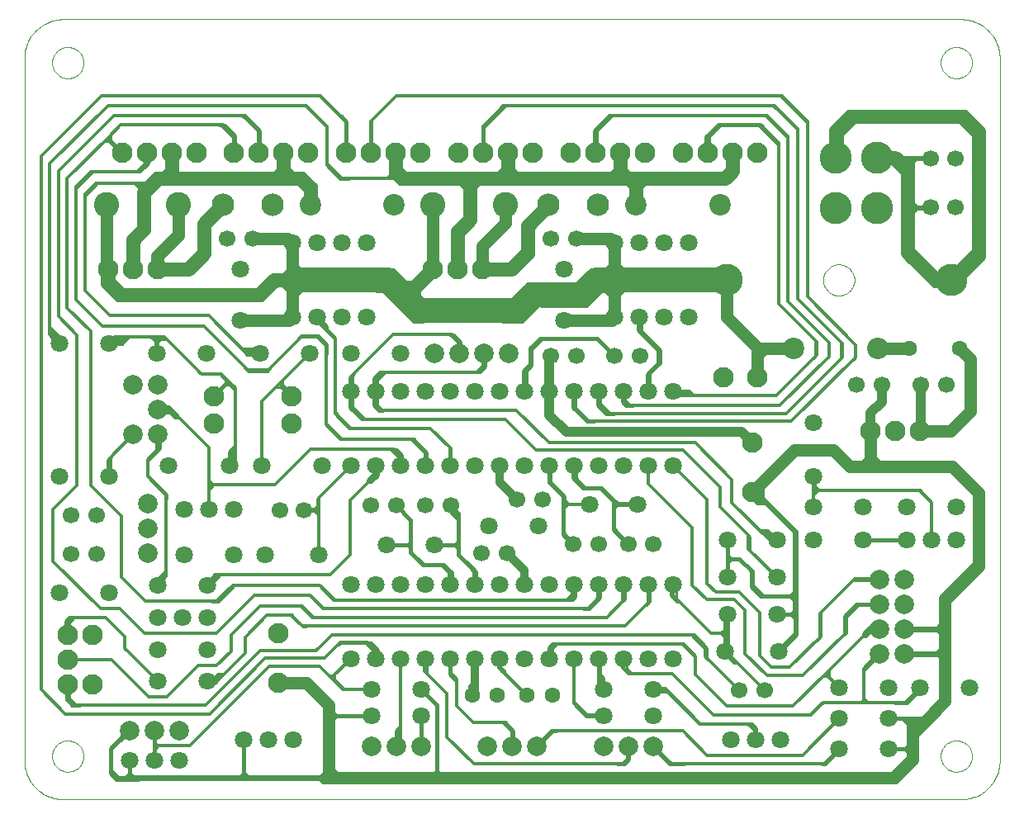
<source format=gbl>
G75*
%MOIN*%
%OFA0B0*%
%FSLAX24Y24*%
%IPPOS*%
%LPD*%
%AMOC8*
5,1,8,0,0,1.08239X$1,22.5*
%
%ADD10C,0.0000*%
%ADD11C,0.0709*%
%ADD12C,0.0669*%
%ADD13C,0.0827*%
%ADD14C,0.1024*%
%ADD15C,0.0866*%
%ADD16C,0.1299*%
%ADD17C,0.0630*%
%ADD18C,0.0906*%
%ADD19C,0.0787*%
%ADD20C,0.1000*%
%ADD21C,0.0560*%
%ADD22C,0.0500*%
%ADD23C,0.0150*%
%ADD24C,0.0140*%
%ADD25C,0.0100*%
%ADD26C,0.0160*%
%ADD27C,0.0240*%
%ADD28C,0.0400*%
%ADD29C,0.0239*%
%ADD30C,0.0320*%
%ADD31C,0.0200*%
%ADD32C,0.0554*%
D10*
X002390Y008440D02*
X038610Y008440D01*
X038610Y008444D02*
X038687Y008446D01*
X038764Y008452D01*
X038841Y008461D01*
X038917Y008474D01*
X038993Y008491D01*
X039067Y008512D01*
X039141Y008536D01*
X039213Y008564D01*
X039283Y008595D01*
X039352Y008630D01*
X039420Y008668D01*
X039485Y008709D01*
X039548Y008754D01*
X039609Y008802D01*
X039668Y008852D01*
X039724Y008905D01*
X039777Y008961D01*
X039827Y009020D01*
X039875Y009081D01*
X039920Y009144D01*
X039961Y009209D01*
X039999Y009277D01*
X040034Y009346D01*
X040065Y009416D01*
X040093Y009488D01*
X040117Y009562D01*
X040138Y009636D01*
X040155Y009712D01*
X040168Y009788D01*
X040177Y009865D01*
X040183Y009942D01*
X040185Y010019D01*
X040185Y038365D01*
X040183Y038442D01*
X040177Y038519D01*
X040168Y038596D01*
X040155Y038672D01*
X040138Y038748D01*
X040117Y038822D01*
X040093Y038896D01*
X040065Y038968D01*
X040034Y039038D01*
X039999Y039107D01*
X039961Y039175D01*
X039920Y039240D01*
X039875Y039303D01*
X039827Y039364D01*
X039777Y039423D01*
X039724Y039479D01*
X039668Y039532D01*
X039609Y039582D01*
X039548Y039630D01*
X039485Y039675D01*
X039420Y039716D01*
X039352Y039754D01*
X039283Y039789D01*
X039213Y039820D01*
X039141Y039848D01*
X039067Y039872D01*
X038993Y039893D01*
X038917Y039910D01*
X038841Y039923D01*
X038764Y039932D01*
X038687Y039938D01*
X038610Y039940D01*
X002390Y039940D01*
X002313Y039938D01*
X002236Y039932D01*
X002159Y039923D01*
X002083Y039910D01*
X002007Y039893D01*
X001933Y039872D01*
X001859Y039848D01*
X001787Y039820D01*
X001717Y039789D01*
X001648Y039754D01*
X001580Y039716D01*
X001515Y039675D01*
X001452Y039630D01*
X001391Y039582D01*
X001332Y039532D01*
X001276Y039479D01*
X001223Y039423D01*
X001173Y039364D01*
X001125Y039303D01*
X001080Y039240D01*
X001039Y039175D01*
X001001Y039107D01*
X000966Y039038D01*
X000935Y038968D01*
X000907Y038896D01*
X000883Y038822D01*
X000862Y038748D01*
X000845Y038672D01*
X000832Y038596D01*
X000823Y038519D01*
X000817Y038442D01*
X000815Y038365D01*
X000815Y010019D01*
X000817Y009942D01*
X000823Y009865D01*
X000832Y009788D01*
X000845Y009712D01*
X000862Y009636D01*
X000883Y009562D01*
X000907Y009488D01*
X000935Y009416D01*
X000966Y009346D01*
X001001Y009277D01*
X001039Y009209D01*
X001080Y009144D01*
X001125Y009081D01*
X001173Y009020D01*
X001223Y008961D01*
X001276Y008905D01*
X001332Y008852D01*
X001391Y008802D01*
X001452Y008754D01*
X001515Y008709D01*
X001580Y008668D01*
X001648Y008630D01*
X001717Y008595D01*
X001787Y008564D01*
X001859Y008536D01*
X001933Y008512D01*
X002007Y008491D01*
X002083Y008474D01*
X002159Y008461D01*
X002236Y008452D01*
X002313Y008446D01*
X002390Y008444D01*
X001937Y010192D02*
X001939Y010242D01*
X001945Y010292D01*
X001955Y010341D01*
X001969Y010389D01*
X001986Y010436D01*
X002007Y010481D01*
X002032Y010525D01*
X002060Y010566D01*
X002092Y010605D01*
X002126Y010642D01*
X002163Y010676D01*
X002203Y010706D01*
X002245Y010733D01*
X002289Y010757D01*
X002335Y010778D01*
X002382Y010794D01*
X002430Y010807D01*
X002480Y010816D01*
X002529Y010821D01*
X002580Y010822D01*
X002630Y010819D01*
X002679Y010812D01*
X002728Y010801D01*
X002776Y010786D01*
X002822Y010768D01*
X002867Y010746D01*
X002910Y010720D01*
X002951Y010691D01*
X002990Y010659D01*
X003026Y010624D01*
X003058Y010586D01*
X003088Y010546D01*
X003115Y010503D01*
X003138Y010459D01*
X003157Y010413D01*
X003173Y010365D01*
X003185Y010316D01*
X003193Y010267D01*
X003197Y010217D01*
X003197Y010167D01*
X003193Y010117D01*
X003185Y010068D01*
X003173Y010019D01*
X003157Y009971D01*
X003138Y009925D01*
X003115Y009881D01*
X003088Y009838D01*
X003058Y009798D01*
X003026Y009760D01*
X002990Y009725D01*
X002951Y009693D01*
X002910Y009664D01*
X002867Y009638D01*
X002822Y009616D01*
X002776Y009598D01*
X002728Y009583D01*
X002679Y009572D01*
X002630Y009565D01*
X002580Y009562D01*
X002529Y009563D01*
X002480Y009568D01*
X002430Y009577D01*
X002382Y009590D01*
X002335Y009606D01*
X002289Y009627D01*
X002245Y009651D01*
X002203Y009678D01*
X002163Y009708D01*
X002126Y009742D01*
X002092Y009779D01*
X002060Y009818D01*
X002032Y009859D01*
X002007Y009903D01*
X001986Y009948D01*
X001969Y009995D01*
X001955Y010043D01*
X001945Y010092D01*
X001939Y010142D01*
X001937Y010192D01*
X001937Y038188D02*
X001939Y038238D01*
X001945Y038288D01*
X001955Y038337D01*
X001969Y038385D01*
X001986Y038432D01*
X002007Y038477D01*
X002032Y038521D01*
X002060Y038562D01*
X002092Y038601D01*
X002126Y038638D01*
X002163Y038672D01*
X002203Y038702D01*
X002245Y038729D01*
X002289Y038753D01*
X002335Y038774D01*
X002382Y038790D01*
X002430Y038803D01*
X002480Y038812D01*
X002529Y038817D01*
X002580Y038818D01*
X002630Y038815D01*
X002679Y038808D01*
X002728Y038797D01*
X002776Y038782D01*
X002822Y038764D01*
X002867Y038742D01*
X002910Y038716D01*
X002951Y038687D01*
X002990Y038655D01*
X003026Y038620D01*
X003058Y038582D01*
X003088Y038542D01*
X003115Y038499D01*
X003138Y038455D01*
X003157Y038409D01*
X003173Y038361D01*
X003185Y038312D01*
X003193Y038263D01*
X003197Y038213D01*
X003197Y038163D01*
X003193Y038113D01*
X003185Y038064D01*
X003173Y038015D01*
X003157Y037967D01*
X003138Y037921D01*
X003115Y037877D01*
X003088Y037834D01*
X003058Y037794D01*
X003026Y037756D01*
X002990Y037721D01*
X002951Y037689D01*
X002910Y037660D01*
X002867Y037634D01*
X002822Y037612D01*
X002776Y037594D01*
X002728Y037579D01*
X002679Y037568D01*
X002630Y037561D01*
X002580Y037558D01*
X002529Y037559D01*
X002480Y037564D01*
X002430Y037573D01*
X002382Y037586D01*
X002335Y037602D01*
X002289Y037623D01*
X002245Y037647D01*
X002203Y037674D01*
X002163Y037704D01*
X002126Y037738D01*
X002092Y037775D01*
X002060Y037814D01*
X002032Y037855D01*
X002007Y037899D01*
X001986Y037944D01*
X001969Y037991D01*
X001955Y038039D01*
X001945Y038088D01*
X001939Y038138D01*
X001937Y038188D01*
X033059Y029414D02*
X033061Y029464D01*
X033067Y029514D01*
X033077Y029563D01*
X033091Y029611D01*
X033108Y029658D01*
X033129Y029703D01*
X033154Y029747D01*
X033182Y029788D01*
X033214Y029827D01*
X033248Y029864D01*
X033285Y029898D01*
X033325Y029928D01*
X033367Y029955D01*
X033411Y029979D01*
X033457Y030000D01*
X033504Y030016D01*
X033552Y030029D01*
X033602Y030038D01*
X033651Y030043D01*
X033702Y030044D01*
X033752Y030041D01*
X033801Y030034D01*
X033850Y030023D01*
X033898Y030008D01*
X033944Y029990D01*
X033989Y029968D01*
X034032Y029942D01*
X034073Y029913D01*
X034112Y029881D01*
X034148Y029846D01*
X034180Y029808D01*
X034210Y029768D01*
X034237Y029725D01*
X034260Y029681D01*
X034279Y029635D01*
X034295Y029587D01*
X034307Y029538D01*
X034315Y029489D01*
X034319Y029439D01*
X034319Y029389D01*
X034315Y029339D01*
X034307Y029290D01*
X034295Y029241D01*
X034279Y029193D01*
X034260Y029147D01*
X034237Y029103D01*
X034210Y029060D01*
X034180Y029020D01*
X034148Y028982D01*
X034112Y028947D01*
X034073Y028915D01*
X034032Y028886D01*
X033989Y028860D01*
X033944Y028838D01*
X033898Y028820D01*
X033850Y028805D01*
X033801Y028794D01*
X033752Y028787D01*
X033702Y028784D01*
X033651Y028785D01*
X033602Y028790D01*
X033552Y028799D01*
X033504Y028812D01*
X033457Y028828D01*
X033411Y028849D01*
X033367Y028873D01*
X033325Y028900D01*
X033285Y028930D01*
X033248Y028964D01*
X033214Y029001D01*
X033182Y029040D01*
X033154Y029081D01*
X033129Y029125D01*
X033108Y029170D01*
X033091Y029217D01*
X033077Y029265D01*
X033067Y029314D01*
X033061Y029364D01*
X033059Y029414D01*
X037803Y038188D02*
X037805Y038238D01*
X037811Y038288D01*
X037821Y038337D01*
X037835Y038385D01*
X037852Y038432D01*
X037873Y038477D01*
X037898Y038521D01*
X037926Y038562D01*
X037958Y038601D01*
X037992Y038638D01*
X038029Y038672D01*
X038069Y038702D01*
X038111Y038729D01*
X038155Y038753D01*
X038201Y038774D01*
X038248Y038790D01*
X038296Y038803D01*
X038346Y038812D01*
X038395Y038817D01*
X038446Y038818D01*
X038496Y038815D01*
X038545Y038808D01*
X038594Y038797D01*
X038642Y038782D01*
X038688Y038764D01*
X038733Y038742D01*
X038776Y038716D01*
X038817Y038687D01*
X038856Y038655D01*
X038892Y038620D01*
X038924Y038582D01*
X038954Y038542D01*
X038981Y038499D01*
X039004Y038455D01*
X039023Y038409D01*
X039039Y038361D01*
X039051Y038312D01*
X039059Y038263D01*
X039063Y038213D01*
X039063Y038163D01*
X039059Y038113D01*
X039051Y038064D01*
X039039Y038015D01*
X039023Y037967D01*
X039004Y037921D01*
X038981Y037877D01*
X038954Y037834D01*
X038924Y037794D01*
X038892Y037756D01*
X038856Y037721D01*
X038817Y037689D01*
X038776Y037660D01*
X038733Y037634D01*
X038688Y037612D01*
X038642Y037594D01*
X038594Y037579D01*
X038545Y037568D01*
X038496Y037561D01*
X038446Y037558D01*
X038395Y037559D01*
X038346Y037564D01*
X038296Y037573D01*
X038248Y037586D01*
X038201Y037602D01*
X038155Y037623D01*
X038111Y037647D01*
X038069Y037674D01*
X038029Y037704D01*
X037992Y037738D01*
X037958Y037775D01*
X037926Y037814D01*
X037898Y037855D01*
X037873Y037899D01*
X037852Y037944D01*
X037835Y037991D01*
X037821Y038039D01*
X037811Y038088D01*
X037805Y038138D01*
X037803Y038188D01*
X037803Y010192D02*
X037805Y010242D01*
X037811Y010292D01*
X037821Y010341D01*
X037835Y010389D01*
X037852Y010436D01*
X037873Y010481D01*
X037898Y010525D01*
X037926Y010566D01*
X037958Y010605D01*
X037992Y010642D01*
X038029Y010676D01*
X038069Y010706D01*
X038111Y010733D01*
X038155Y010757D01*
X038201Y010778D01*
X038248Y010794D01*
X038296Y010807D01*
X038346Y010816D01*
X038395Y010821D01*
X038446Y010822D01*
X038496Y010819D01*
X038545Y010812D01*
X038594Y010801D01*
X038642Y010786D01*
X038688Y010768D01*
X038733Y010746D01*
X038776Y010720D01*
X038817Y010691D01*
X038856Y010659D01*
X038892Y010624D01*
X038924Y010586D01*
X038954Y010546D01*
X038981Y010503D01*
X039004Y010459D01*
X039023Y010413D01*
X039039Y010365D01*
X039051Y010316D01*
X039059Y010267D01*
X039063Y010217D01*
X039063Y010167D01*
X039059Y010117D01*
X039051Y010068D01*
X039039Y010019D01*
X039023Y009971D01*
X039004Y009925D01*
X038981Y009881D01*
X038954Y009838D01*
X038924Y009798D01*
X038892Y009760D01*
X038856Y009725D01*
X038817Y009693D01*
X038776Y009664D01*
X038733Y009638D01*
X038688Y009616D01*
X038642Y009598D01*
X038594Y009583D01*
X038545Y009572D01*
X038496Y009565D01*
X038446Y009562D01*
X038395Y009563D01*
X038346Y009568D01*
X038296Y009577D01*
X038248Y009590D01*
X038201Y009606D01*
X038155Y009627D01*
X038111Y009651D01*
X038069Y009678D01*
X038029Y009708D01*
X037992Y009742D01*
X037958Y009779D01*
X037926Y009818D01*
X037898Y009859D01*
X037873Y009903D01*
X037852Y009948D01*
X037835Y009995D01*
X037821Y010043D01*
X037811Y010092D01*
X037805Y010142D01*
X037803Y010192D01*
D11*
X035713Y010477D03*
X035713Y011718D03*
X035713Y012958D03*
X036980Y012958D03*
X038980Y012958D03*
X033713Y012958D03*
X033713Y011718D03*
X033713Y010477D03*
X031323Y010851D03*
X030323Y010851D03*
X029323Y010851D03*
X026185Y011816D03*
X026185Y012879D03*
X026000Y014135D03*
X025000Y014135D03*
X024000Y014135D03*
X023000Y014135D03*
X022000Y014135D03*
X021000Y014135D03*
X020000Y014135D03*
X019000Y014135D03*
X018000Y014135D03*
X017000Y014135D03*
X016000Y014135D03*
X015000Y014135D03*
X014000Y014135D03*
X014815Y012879D03*
X014815Y011816D03*
X016815Y011816D03*
X016815Y012879D03*
X017000Y017135D03*
X018000Y017135D03*
X019000Y017135D03*
X020000Y017135D03*
X021000Y017135D03*
X022000Y017135D03*
X023000Y017135D03*
X024000Y017135D03*
X025000Y017135D03*
X026000Y017135D03*
X027000Y017135D03*
X029185Y017406D03*
X029185Y015910D03*
X029102Y014414D03*
X027000Y014135D03*
X024185Y012879D03*
X024185Y011816D03*
X031268Y014414D03*
X031185Y015910D03*
X031185Y017406D03*
X031185Y018903D03*
X032669Y018903D03*
X032669Y020241D03*
X032665Y021481D03*
X034669Y020241D03*
X034669Y018903D03*
X036429Y018903D03*
X037429Y018903D03*
X038429Y018903D03*
X038429Y020241D03*
X036429Y020241D03*
X032665Y023647D03*
X029185Y018903D03*
X027000Y021930D03*
X026000Y021930D03*
X025000Y021930D03*
X024000Y021930D03*
X023000Y021930D03*
X022000Y021930D03*
X021000Y021930D03*
X020000Y021930D03*
X019000Y021930D03*
X018000Y021930D03*
X017000Y021930D03*
X016000Y021930D03*
X015000Y021930D03*
X014000Y021930D03*
X012823Y021934D03*
X010382Y021934D03*
X009083Y021934D03*
X009256Y020162D03*
X008256Y020162D03*
X007256Y020162D03*
X006642Y021934D03*
X004217Y021501D03*
X002217Y021501D03*
X006193Y017092D03*
X006193Y015792D03*
X007193Y015792D03*
X008193Y015792D03*
X008193Y014493D03*
X008193Y013214D03*
X006193Y013214D03*
X006193Y014493D03*
X004217Y016777D03*
X002217Y016777D03*
X007256Y018312D03*
X008193Y017092D03*
X009256Y018312D03*
X010520Y018312D03*
X012685Y018312D03*
X014000Y017135D03*
X015000Y017135D03*
X016000Y017135D03*
X015441Y018706D03*
X017370Y018706D03*
X019567Y019481D03*
X021567Y019481D03*
X023630Y020359D03*
X025559Y020359D03*
X026000Y024930D03*
X025000Y024930D03*
X024000Y024930D03*
X023000Y024930D03*
X022000Y024930D03*
X021000Y024930D03*
X020000Y024930D03*
X019000Y024930D03*
X018000Y024930D03*
X017000Y024930D03*
X016000Y024930D03*
X015000Y024930D03*
X014000Y024930D03*
X014008Y026462D03*
X013618Y027914D03*
X012618Y027914D03*
X011618Y027914D03*
X012327Y026462D03*
X010327Y026462D03*
X009516Y027800D03*
X008154Y026462D03*
X006154Y026462D03*
X004217Y026855D03*
X002217Y026855D03*
X009516Y029847D03*
X011618Y030914D03*
X012618Y030914D03*
X013618Y030914D03*
X014618Y030914D03*
X014618Y027914D03*
X016008Y026462D03*
X022587Y027800D03*
X024630Y027914D03*
X025630Y027914D03*
X026630Y027914D03*
X027630Y027914D03*
X027000Y024930D03*
X022587Y029847D03*
X024630Y030914D03*
X025630Y030914D03*
X026630Y030914D03*
X027630Y030914D03*
X011677Y010851D03*
X010677Y010851D03*
X009677Y010851D03*
X007051Y010005D03*
X006051Y010005D03*
X005051Y010005D03*
D12*
X003728Y018351D03*
X002705Y018351D03*
X002705Y019926D03*
X003728Y019926D03*
X011114Y020123D03*
X012091Y020123D03*
X014791Y020320D03*
X015815Y020320D03*
X016996Y020320D03*
X018020Y020320D03*
X019280Y018391D03*
X020303Y018391D03*
X020697Y020556D03*
X021720Y020556D03*
X022980Y018745D03*
X024004Y018745D03*
X025185Y018745D03*
X026209Y018745D03*
X029673Y012840D03*
X030697Y012840D03*
X034398Y025182D03*
X035421Y025182D03*
X036996Y025182D03*
X038020Y025182D03*
X038413Y032338D03*
X037390Y032338D03*
X037390Y034330D03*
X038413Y034330D03*
X025657Y026343D03*
X024634Y026343D03*
X023098Y026343D03*
X022075Y026343D03*
X022075Y031088D03*
X023098Y031088D03*
X010028Y031088D03*
X009004Y031088D03*
D13*
X006185Y029867D03*
X005185Y029867D03*
X004185Y029867D03*
X004748Y034556D03*
X005748Y034556D03*
X006748Y034556D03*
X007748Y034556D03*
X009276Y034556D03*
X010276Y034556D03*
X011276Y034556D03*
X012276Y034556D03*
X013803Y034556D03*
X014803Y034556D03*
X015803Y034556D03*
X016803Y034556D03*
X018331Y034556D03*
X019331Y034556D03*
X020331Y034556D03*
X021331Y034556D03*
X022858Y034556D03*
X023858Y034556D03*
X024858Y034556D03*
X025858Y034556D03*
X027386Y034556D03*
X028386Y034556D03*
X029386Y034556D03*
X030386Y034556D03*
X030382Y025477D03*
X029043Y025477D03*
X030185Y022855D03*
X030185Y020855D03*
X034977Y023312D03*
X035977Y023312D03*
X036977Y023312D03*
X019295Y029867D03*
X018295Y029867D03*
X017295Y029867D03*
X011602Y024729D03*
X011602Y023627D03*
X008453Y023627D03*
X008453Y024729D03*
X011051Y015139D03*
X011051Y013139D03*
X003559Y013099D03*
X002559Y013099D03*
X002559Y014099D03*
X002559Y015099D03*
X003559Y015099D03*
D14*
X004122Y032446D03*
X007035Y032446D03*
X017311Y032446D03*
X020224Y032446D03*
D15*
X015736Y032446D03*
X012350Y032446D03*
X025500Y032446D03*
X028886Y032446D03*
X031878Y026658D03*
X035264Y026658D03*
D16*
X038217Y029414D03*
X035224Y032328D03*
X033571Y032328D03*
X033571Y034336D03*
X035224Y034336D03*
X029161Y029414D03*
D17*
X036524Y026658D03*
X038571Y026658D03*
X022114Y012643D03*
X021091Y012643D03*
X019909Y012643D03*
X018886Y012643D03*
D18*
X021980Y032446D03*
X023980Y032446D03*
X010831Y032446D03*
X008831Y032446D03*
D19*
X006213Y025178D03*
X006213Y024178D03*
X006213Y023178D03*
X005213Y023178D03*
X005213Y025178D03*
X005781Y020395D03*
X005781Y019395D03*
X005781Y018395D03*
X006051Y011225D03*
X007051Y011225D03*
X005051Y011225D03*
X014815Y010595D03*
X015815Y010595D03*
X016815Y010595D03*
X019500Y010595D03*
X020500Y010595D03*
X021500Y010595D03*
X024185Y010595D03*
X025185Y010595D03*
X026185Y010595D03*
X035315Y014332D03*
X035315Y015332D03*
X035315Y016332D03*
X035315Y017332D03*
X036315Y017332D03*
X036315Y016332D03*
X036315Y015332D03*
X036315Y014332D03*
X020366Y026462D03*
X019366Y026462D03*
X018366Y026462D03*
X017366Y026462D03*
D20*
X017475Y028174D02*
X016744Y028174D01*
X016236Y028682D01*
X016183Y028735D01*
X015703Y029215D01*
X015504Y029414D01*
X012012Y029414D01*
X011784Y029414D01*
X017475Y028174D02*
X020685Y028174D01*
X021335Y028824D01*
X023298Y028824D01*
X023888Y029414D01*
X024520Y029414D01*
X024654Y029414D01*
X029161Y029414D01*
D21*
X025500Y032446D02*
X025500Y033493D01*
X025474Y033519D01*
X024736Y033519D01*
X024858Y033641D01*
X024858Y034556D01*
X024736Y033519D02*
X020366Y033519D01*
X020331Y033554D01*
X020331Y033783D01*
X020331Y034556D01*
X020366Y033519D02*
X018811Y033519D01*
X018768Y033475D01*
X018789Y033455D01*
X018789Y031847D01*
X018295Y031353D01*
X018295Y031194D01*
X018295Y029867D01*
X019295Y029867D02*
X020472Y029867D01*
X021131Y030526D01*
X021131Y031597D01*
X021980Y032446D01*
X018811Y033519D02*
X016108Y033519D01*
X015954Y033673D01*
X015803Y033824D01*
X015803Y034556D01*
X012350Y033138D02*
X012350Y032446D01*
X012350Y033138D02*
X011969Y033519D01*
X006757Y033519D01*
X006757Y034547D01*
X006748Y034556D01*
X006757Y033519D02*
X006215Y033519D01*
X005644Y032947D01*
X005644Y031472D01*
X005185Y031013D01*
X005185Y029867D01*
X004185Y029867D02*
X004185Y029798D01*
X004185Y029310D01*
X004693Y028803D01*
X010292Y028803D01*
X010903Y029414D01*
X011647Y029414D01*
X011784Y029414D01*
X012012Y029414D02*
X012069Y029414D01*
X008831Y032446D02*
X008077Y031692D01*
X008077Y030502D01*
X007442Y029867D01*
X006185Y029867D01*
X011276Y033582D02*
X011276Y034556D01*
X016236Y028808D02*
X016236Y028682D01*
X016183Y028735D02*
X016183Y028755D01*
X017295Y029867D01*
X025474Y033519D02*
X029081Y033519D01*
X029386Y033824D01*
X029386Y034556D01*
D22*
X024630Y030914D02*
X024457Y031088D01*
X023098Y031088D01*
X024630Y030914D02*
X024630Y027914D01*
X024516Y027800D01*
X022587Y027800D01*
X024520Y029414D02*
X024530Y029424D01*
X024572Y029424D01*
X020224Y031711D02*
X020224Y032446D01*
X020224Y031711D02*
X019295Y030782D01*
X019295Y029867D01*
X017475Y028174D02*
X017311Y028338D01*
X017295Y029867D02*
X017311Y029883D01*
X017311Y032446D01*
X012233Y029445D02*
X012202Y029414D01*
X012012Y029414D01*
X012012Y029386D01*
X012069Y029414D02*
X012039Y029445D01*
X011618Y030914D02*
X011618Y027914D01*
X011504Y027800D01*
X009516Y027800D01*
X010028Y031088D02*
X011445Y031088D01*
X011618Y030914D01*
X007035Y031244D02*
X006185Y030394D01*
X006185Y029867D01*
X007035Y031244D02*
X007035Y032446D01*
X004122Y032446D02*
X004122Y029930D01*
X004185Y029867D01*
X011051Y013139D02*
X012201Y013139D01*
X013098Y012242D01*
X013098Y011804D01*
X013098Y011692D01*
X013098Y009352D01*
X013144Y009306D01*
X014189Y009306D01*
X016961Y009306D01*
X017230Y009306D01*
X027135Y009306D01*
X027401Y009306D01*
X027954Y009306D01*
X029869Y009306D01*
X035887Y009306D01*
X036668Y010086D01*
X036668Y010467D01*
X036668Y010655D01*
X036668Y011097D01*
X037172Y011602D01*
X037980Y012410D01*
X037980Y014369D01*
X037980Y015293D01*
X037980Y016534D01*
X039331Y017885D01*
X039331Y020814D01*
X038264Y021882D01*
X035034Y021882D01*
X034977Y021939D01*
X034977Y023312D01*
X034134Y021882D02*
X033451Y022564D01*
X031894Y022564D01*
X030185Y020855D01*
X034134Y021882D02*
X034500Y021882D01*
X035034Y021882D01*
X036977Y023312D02*
X038188Y023312D01*
X039009Y024133D01*
X039009Y026221D01*
X038571Y026658D01*
X036524Y026658D02*
X035264Y026658D01*
X031878Y026658D02*
X030421Y026658D01*
X030382Y026697D01*
X030382Y025477D01*
X030382Y026697D02*
X029161Y027918D01*
X029161Y029414D01*
X035945Y034336D02*
X036014Y034267D01*
D23*
X036078Y034330D01*
X037390Y034330D01*
X036480Y032495D02*
X036637Y032338D01*
X037390Y032338D01*
X025102Y029433D02*
X025093Y029424D01*
X024572Y029424D01*
X023917Y027061D02*
X024634Y026343D01*
X023917Y027061D02*
X021693Y027061D01*
X021252Y026620D01*
X021252Y025989D01*
X021000Y025737D01*
X021000Y024930D01*
X022000Y021930D02*
X022000Y021255D01*
X022564Y020692D01*
X023000Y021418D02*
X023000Y021930D01*
X023000Y021418D02*
X023399Y021019D01*
X024077Y021019D01*
X024596Y020500D01*
X019000Y017662D02*
X019000Y017135D01*
X019000Y017662D02*
X018920Y017742D01*
X018344Y018318D01*
X018344Y018695D01*
X018333Y018706D01*
X017370Y018706D01*
X017697Y017926D02*
X016918Y017926D01*
X016410Y018434D01*
X016410Y018697D01*
X016402Y018706D01*
X015441Y018706D01*
X016410Y018697D02*
X016410Y019725D01*
X015815Y020320D01*
X018020Y020320D02*
X018344Y019996D01*
X018344Y018695D01*
X017697Y017926D02*
X018000Y017623D01*
X018000Y017135D01*
X017024Y009369D02*
X016961Y009306D01*
X027321Y009385D02*
X027401Y009306D01*
X034669Y018903D02*
X036429Y018903D01*
X015954Y033673D02*
X015801Y033520D01*
X012012Y029386D02*
X012002Y029376D01*
X008998Y025274D02*
X008453Y024729D01*
X005947Y033312D02*
X006015Y033380D01*
X005051Y010005D02*
X005051Y009404D01*
X005042Y009306D02*
X005485Y009306D01*
X005042Y009306D02*
X004645Y009306D01*
D24*
X005067Y009306D02*
X005269Y009306D01*
X006051Y010576D02*
X006079Y010604D01*
X007502Y010604D01*
X010707Y013809D01*
X012745Y013809D01*
X013263Y013291D01*
X013274Y013291D01*
X013274Y013409D01*
X014000Y014135D01*
X013569Y014769D02*
X012939Y014139D01*
X010534Y014139D01*
X008293Y011898D01*
X002472Y011898D01*
X001484Y012885D01*
X001484Y034422D01*
X003918Y036855D01*
X012780Y036855D01*
X013803Y035832D01*
X013803Y034556D01*
X013039Y034064D02*
X013039Y035635D01*
X012213Y036462D01*
X004187Y036462D01*
X001839Y034113D01*
X001839Y027233D01*
X002217Y026855D01*
X002945Y027194D02*
X002193Y027946D01*
X002193Y033817D01*
X004444Y036068D01*
X009646Y036068D01*
X010276Y035438D01*
X010276Y034556D01*
X009276Y034556D02*
X009276Y035241D01*
X008843Y035674D01*
X004700Y035674D01*
X004214Y035188D01*
X002547Y033521D01*
X002547Y028278D01*
X003490Y027336D01*
X003490Y021125D01*
X004721Y019893D01*
X004721Y017427D01*
X005709Y016438D01*
X008580Y016438D01*
X009214Y017072D01*
X012724Y017072D01*
X013294Y016501D01*
X022806Y016501D01*
X023000Y016695D01*
X023000Y017135D01*
X024000Y017135D02*
X024000Y016593D01*
X023554Y016147D01*
X012861Y016147D01*
X012337Y016670D01*
X010111Y016670D01*
X008577Y015137D01*
X005661Y015137D01*
X004662Y016136D01*
X003893Y016136D01*
X001965Y018064D01*
X001965Y020139D01*
X002945Y021119D01*
X002945Y027194D01*
X003980Y027536D02*
X002902Y028614D01*
X002902Y033195D01*
X003496Y033790D01*
X003572Y033790D01*
X005436Y033790D01*
X005748Y034101D01*
X005748Y034556D01*
X004748Y034556D02*
X004201Y035103D01*
X003719Y033312D02*
X005947Y033312D01*
X006015Y033380D02*
X006076Y033380D01*
X006215Y033519D01*
X003719Y033312D02*
X003681Y033312D01*
X003256Y032887D01*
X003256Y028999D01*
X004277Y027979D01*
X008253Y027979D01*
X009770Y026462D01*
X010327Y026462D01*
X010629Y025788D02*
X009823Y025788D01*
X008074Y027536D01*
X003980Y027536D01*
X004466Y027105D02*
X004217Y026855D01*
X004466Y027105D02*
X006134Y027105D01*
X006154Y027085D01*
X006154Y026462D01*
X006134Y027105D02*
X006465Y027105D01*
X007953Y025617D01*
X008714Y025617D01*
X008998Y025333D01*
X008998Y025274D01*
X008998Y025333D02*
X009316Y025015D01*
X009316Y022167D01*
X009083Y021934D01*
X008256Y022667D02*
X008256Y021098D01*
X008293Y021136D01*
X010937Y021136D01*
X012375Y022573D01*
X015734Y022573D01*
X016000Y022307D01*
X016000Y021930D01*
X015000Y021930D02*
X015000Y021560D01*
X013952Y020512D01*
X013952Y018312D01*
X013161Y017521D01*
X008622Y017521D01*
X008193Y017092D01*
X006541Y017440D02*
X006193Y017092D01*
X006541Y017440D02*
X006541Y020732D01*
X005783Y021490D01*
X005783Y022128D01*
X006213Y022558D01*
X006213Y023178D01*
X006213Y024178D02*
X006744Y024178D01*
X008256Y022667D01*
X008256Y021098D02*
X008256Y020162D01*
X010382Y021934D02*
X010382Y024517D01*
X011125Y025260D01*
X011125Y025206D01*
X011602Y024729D01*
X011125Y025260D02*
X012327Y026462D01*
X012648Y027125D02*
X011989Y027125D01*
X010652Y025788D01*
X010629Y025788D01*
X011553Y027839D02*
X009554Y027839D01*
X009516Y027800D01*
X011553Y027839D02*
X011647Y027933D01*
X011647Y029414D01*
X012618Y027914D02*
X012618Y027757D01*
X013356Y027019D01*
X013356Y024020D01*
X013945Y023430D01*
X017213Y023430D01*
X018000Y022643D01*
X018000Y021930D01*
X017000Y021930D02*
X017000Y022466D01*
X016469Y022997D01*
X013624Y022997D01*
X013044Y023577D01*
X012995Y023626D01*
X012995Y026779D01*
X012648Y027125D01*
X014000Y025505D02*
X014000Y024930D01*
X014000Y024222D01*
X014435Y023787D01*
X020226Y023787D01*
X021475Y022538D01*
X027384Y022538D01*
X028881Y021041D01*
X028881Y020252D01*
X030028Y019104D01*
X030028Y018563D01*
X031185Y017406D01*
X029905Y016079D02*
X029471Y016513D01*
X028358Y016513D01*
X027771Y017099D01*
X027771Y019421D01*
X026000Y021192D01*
X026000Y021930D01*
X027000Y021930D02*
X028376Y020554D01*
X028376Y017152D01*
X028721Y016807D01*
X029663Y016807D01*
X030485Y015985D01*
X030485Y014244D01*
X030948Y013781D01*
X031698Y013781D01*
X032914Y014997D01*
X032914Y015937D01*
X034309Y017332D01*
X035315Y017332D01*
X035315Y016332D02*
X034434Y016332D01*
X033955Y015852D01*
X033955Y015150D01*
X032245Y013440D01*
X030789Y013440D01*
X029905Y014324D01*
X029905Y016079D01*
X029185Y015910D02*
X029102Y015828D01*
X029102Y014414D01*
X029122Y014414D01*
X030697Y012840D01*
X029673Y012840D02*
X028331Y014182D01*
X028331Y014540D01*
X027787Y015084D01*
X013220Y015084D01*
X012599Y014463D01*
X010337Y014463D01*
X008117Y012243D01*
X002811Y012243D01*
X002559Y012495D01*
X002559Y013099D01*
X002559Y014099D02*
X004320Y014099D01*
X005828Y012592D01*
X006568Y012592D01*
X007824Y013847D01*
X008577Y013847D01*
X009155Y014425D01*
X009155Y015053D01*
X009155Y015079D01*
X010344Y016268D01*
X011961Y016268D01*
X012437Y015792D01*
X024317Y015792D01*
X025000Y016475D01*
X025000Y017135D01*
X026000Y017135D02*
X026000Y016388D01*
X025050Y015438D01*
X012016Y015438D01*
X011575Y015879D01*
X010612Y015879D01*
X009734Y015001D01*
X009734Y014367D01*
X008581Y013214D01*
X008500Y013214D01*
X008193Y013214D01*
X006193Y013214D02*
X004867Y014540D01*
X004867Y015034D01*
X004111Y015790D01*
X002717Y015790D01*
X002559Y015632D01*
X002559Y015099D01*
X006051Y011225D02*
X006051Y010871D01*
X009643Y009306D02*
X009677Y009340D01*
X013263Y013291D02*
X013676Y012879D01*
X013707Y012879D01*
X014815Y012879D01*
X015000Y014135D02*
X015000Y014446D01*
X014678Y014769D01*
X013569Y014769D01*
X016000Y014135D02*
X016000Y010781D01*
X015815Y010595D01*
X017874Y010963D02*
X017874Y012712D01*
X017000Y013586D01*
X017000Y014135D01*
X018000Y014135D02*
X018000Y013526D01*
X018256Y013270D01*
X018256Y012217D01*
X018925Y011549D01*
X020171Y011549D01*
X020500Y011220D01*
X020500Y010595D01*
X021500Y010595D02*
X022110Y011206D01*
X027397Y011206D01*
X028377Y010226D01*
X032221Y010226D01*
X033713Y011718D01*
X033051Y012338D02*
X032571Y011857D01*
X028621Y011857D01*
X026969Y013509D01*
X025237Y013509D01*
X025000Y013747D01*
X025000Y014135D01*
X024000Y014135D02*
X024000Y013064D01*
X024185Y012879D01*
X024185Y011816D02*
X023491Y011816D01*
X023000Y012307D01*
X023000Y014135D01*
X022200Y014729D02*
X027350Y014729D01*
X027872Y014207D01*
X027887Y014193D01*
X027887Y013498D01*
X029170Y012214D01*
X031835Y012214D01*
X033148Y013528D01*
X034952Y015332D01*
X035315Y015332D01*
X035315Y014332D02*
X034708Y013725D01*
X034708Y012396D01*
X034649Y012338D01*
X033051Y012338D01*
X033713Y012958D02*
X033158Y013513D01*
X034649Y012338D02*
X036360Y012338D01*
X036980Y012958D01*
X036668Y010655D02*
X036650Y010637D01*
X033713Y010477D02*
X033107Y009871D01*
X026909Y009871D01*
X026185Y010595D01*
X025185Y010595D02*
X025185Y010593D01*
X025185Y010086D01*
X024971Y009871D01*
X018965Y009871D01*
X017874Y010963D01*
X020000Y013733D02*
X021091Y012643D01*
X020000Y013733D02*
X020000Y014135D01*
X022000Y014135D02*
X022000Y014530D01*
X022176Y014705D01*
X022200Y014729D01*
X026185Y012879D02*
X026718Y012879D01*
X028101Y011496D01*
X030099Y011496D01*
X030323Y011272D01*
X030323Y010851D01*
X027135Y009306D02*
X026998Y009443D01*
X028532Y015162D02*
X027000Y016695D01*
X027000Y017135D01*
X025185Y018745D02*
X024596Y019334D01*
X024596Y020406D01*
X024643Y020359D01*
X025559Y020359D01*
X024596Y020406D02*
X024596Y020500D01*
X023630Y020359D02*
X022635Y020359D01*
X022564Y020288D01*
X022564Y020692D01*
X022564Y020288D02*
X022564Y020194D01*
X022564Y019162D01*
X022980Y018745D01*
X022000Y022838D02*
X020678Y024160D01*
X015181Y024160D01*
X015000Y024341D01*
X015000Y024930D01*
X015000Y025421D01*
X015271Y025692D01*
X019131Y025692D01*
X019366Y025927D01*
X019366Y026462D01*
X018366Y026462D02*
X018366Y026913D01*
X018065Y027214D01*
X015709Y027214D01*
X014000Y025505D01*
X014000Y021930D02*
X012685Y020615D01*
X012685Y020200D01*
X012608Y020123D01*
X012091Y020123D01*
X012685Y020200D02*
X012685Y018312D01*
X005213Y023178D02*
X004217Y022182D01*
X004217Y021501D01*
X011276Y033582D02*
X011397Y033582D01*
X011477Y033501D01*
X011633Y033501D01*
X011649Y033517D01*
X011968Y033517D01*
X011969Y033519D01*
X013039Y034064D02*
X013583Y033520D01*
X015801Y033520D01*
X014803Y034556D02*
X014803Y035832D01*
X015827Y036855D01*
X031388Y036855D01*
X032429Y035814D01*
X032429Y028739D01*
X034372Y026796D01*
X034372Y026298D01*
X031779Y023706D01*
X023549Y023706D01*
X023000Y024255D01*
X023000Y024930D01*
X024000Y024930D02*
X024000Y024396D01*
X024375Y024021D01*
X031550Y024021D01*
X033828Y026298D01*
X033828Y026859D01*
X032035Y028651D01*
X032035Y035529D01*
X031103Y036462D01*
X020157Y036462D01*
X019331Y035635D01*
X019331Y034556D01*
X023858Y034556D02*
X023858Y035438D01*
X024488Y036068D01*
X030806Y036068D01*
X031642Y035232D01*
X031642Y028551D01*
X033306Y026886D01*
X033306Y026330D01*
X031312Y024336D01*
X025167Y024336D01*
X025000Y024503D01*
X025000Y024930D01*
X027000Y024930D02*
X027181Y024749D01*
X031165Y024749D01*
X032785Y026370D01*
X032785Y026920D01*
X031248Y028457D01*
X031248Y034955D01*
X030529Y035674D01*
X028819Y035674D01*
X028386Y035241D01*
X028386Y034556D01*
X024654Y029414D02*
X024654Y028080D01*
X024680Y028054D01*
X024680Y028019D01*
X024499Y027839D01*
X022625Y027839D01*
X022587Y027800D01*
X022000Y022838D02*
X027887Y022838D01*
X029373Y021352D01*
X029373Y020421D01*
X030891Y018903D01*
X031185Y018903D01*
X032669Y020241D02*
X032669Y020925D01*
X032677Y020932D01*
X036917Y020932D01*
X037429Y020420D01*
X037429Y018903D01*
X032669Y020925D02*
X032669Y021477D01*
X032665Y021481D01*
X029081Y015162D02*
X028532Y015162D01*
D25*
X028934Y015160D02*
X028936Y015160D01*
X029074Y015023D01*
X029074Y015881D01*
X029126Y015933D01*
X029203Y015933D01*
X029206Y015930D01*
X029206Y015557D01*
X029144Y015495D01*
X029144Y014426D01*
X029128Y014410D01*
X029133Y014410D01*
X029130Y014414D01*
X029102Y014414D01*
X029089Y014403D02*
X029084Y014397D01*
X029084Y014390D01*
X029201Y014273D01*
X029232Y014273D01*
X029250Y014291D01*
X029224Y014383D02*
X029154Y014313D01*
X029154Y015872D01*
X029146Y015879D01*
X029185Y015910D02*
X029223Y015910D01*
X029224Y015911D01*
X029224Y014383D01*
X029128Y014410D02*
X029120Y014403D01*
X029089Y014403D01*
X029061Y014353D02*
X029061Y015033D01*
X028934Y015160D01*
X028936Y015160D02*
X028936Y015173D01*
X029217Y015453D01*
X029217Y015930D01*
X029102Y015828D02*
X029081Y015807D01*
X029081Y015162D01*
X029061Y014353D02*
X029473Y013941D01*
X029590Y013941D01*
X028436Y014084D02*
X028397Y014084D01*
X028272Y014208D01*
X028272Y014540D01*
X027761Y015051D01*
X027761Y015061D01*
X027800Y015100D01*
X027824Y015100D01*
X027841Y015083D01*
X027816Y015059D01*
X027811Y015059D01*
X027787Y015084D01*
X027819Y015108D02*
X027572Y015108D01*
X027819Y015108D02*
X028252Y014675D01*
X028252Y014628D01*
X028361Y014519D01*
X028361Y014146D01*
X028366Y014151D01*
X028366Y014558D01*
X027841Y015083D01*
X027399Y014750D02*
X027111Y014750D01*
X027399Y014750D02*
X027902Y014247D01*
X027889Y014234D01*
X027889Y014224D01*
X027872Y014207D01*
X027902Y014247D02*
X027902Y014055D01*
X027891Y014045D01*
X026730Y012892D02*
X026668Y012953D01*
X026220Y012953D01*
X026163Y012895D01*
X026163Y012886D01*
X026264Y012784D01*
X026267Y012788D01*
X026757Y012788D01*
X026941Y012604D01*
X026978Y012604D01*
X026979Y012605D01*
X026781Y012784D02*
X026730Y012836D01*
X026730Y012826D01*
X026724Y012820D01*
X028068Y011476D01*
X028433Y011476D01*
X029916Y011514D02*
X030165Y011514D01*
X030166Y011514D01*
X030373Y011307D01*
X030373Y010882D01*
X030356Y010865D01*
X030289Y010865D01*
X030289Y010862D01*
X030327Y010823D01*
X030327Y010845D01*
X030319Y010845D01*
X030328Y010837D01*
X030312Y010821D01*
X030312Y010820D01*
X030267Y010865D01*
X030267Y011244D01*
X030010Y011501D01*
X029939Y011501D01*
X029936Y011486D02*
X030057Y011486D01*
X030120Y011486D01*
X030373Y011234D01*
X030373Y011305D01*
X030165Y011514D01*
X030057Y011486D02*
X030285Y011258D01*
X030285Y010865D01*
X030289Y010862D01*
X030318Y010847D02*
X030319Y010845D01*
X030323Y010851D02*
X030329Y010845D01*
X030327Y010845D01*
X030327Y011218D01*
X030374Y011265D01*
X030374Y010872D01*
X030327Y010825D01*
X030328Y010837D02*
X030338Y010847D01*
X030334Y010845D02*
X030329Y010845D01*
X030373Y011055D02*
X030373Y011234D01*
X032388Y011853D02*
X032500Y011853D01*
X033005Y012357D01*
X033037Y012357D01*
X033037Y012324D01*
X033037Y012317D01*
X033037Y012324D02*
X033051Y012338D01*
X033037Y012357D02*
X033395Y012357D01*
X033291Y013407D02*
X033263Y013407D01*
X033158Y013513D01*
X033148Y013522D01*
X033148Y013528D01*
X033043Y013407D02*
X033263Y013407D01*
X033281Y013416D02*
X033281Y013624D01*
X033281Y013416D02*
X033291Y013407D01*
X033043Y013407D02*
X033018Y013382D01*
X032790Y014848D02*
X032975Y015034D01*
X032975Y015970D01*
X032947Y015970D01*
X032914Y015937D01*
X031994Y015991D02*
X031994Y015083D01*
X031286Y014375D01*
X031286Y014382D01*
X031286Y014396D01*
X031268Y014414D01*
X031276Y014389D02*
X031241Y014424D01*
X031241Y014473D01*
X031913Y015146D01*
X031913Y015710D01*
X031721Y015903D01*
X031721Y015921D01*
X031865Y016064D01*
X031920Y016064D01*
X031994Y015991D01*
X031896Y016457D02*
X031896Y016916D01*
X031893Y016919D01*
X031893Y016853D01*
X031717Y016677D01*
X031724Y016660D02*
X031724Y016629D01*
X031830Y016523D01*
X031830Y016580D01*
X031908Y016658D01*
X031830Y016523D02*
X031896Y016457D01*
X031018Y016665D02*
X030986Y016633D01*
X030527Y016633D01*
X030137Y017023D01*
X030137Y017663D01*
X030067Y017732D01*
X030137Y017732D01*
X030224Y017645D01*
X030192Y017645D01*
X030177Y017631D01*
X030177Y017635D01*
X030185Y017643D01*
X030224Y017645D02*
X030224Y017072D01*
X030617Y016680D01*
X029207Y017997D02*
X029334Y018124D01*
X029334Y018195D01*
X029218Y018195D01*
X029185Y018162D01*
X029334Y018195D02*
X029213Y018316D01*
X029207Y017997D02*
X029172Y017997D01*
X030090Y018490D02*
X030119Y018461D01*
X030090Y018490D02*
X030090Y019068D01*
X030064Y019068D01*
X030028Y019104D01*
X030090Y019068D02*
X029943Y019216D01*
X029930Y019216D01*
X030488Y019327D02*
X030791Y019327D01*
X031209Y018910D01*
X031202Y018903D01*
X031185Y018903D01*
X031198Y018907D02*
X030783Y019323D01*
X030519Y019323D01*
X030872Y018970D01*
X031069Y018970D01*
X030785Y019254D01*
X030646Y019254D01*
X030881Y019019D01*
X030907Y019019D01*
X031017Y018910D01*
X031209Y018910D01*
X030746Y020374D02*
X030411Y020374D01*
X030003Y020782D01*
X030003Y020785D01*
X030081Y020863D01*
X030143Y020863D01*
X030150Y020855D01*
X030185Y020855D01*
X030284Y020618D02*
X030449Y020452D01*
X030496Y020452D01*
X030498Y020450D01*
X030562Y020450D01*
X030463Y020549D01*
X030437Y020549D01*
X030458Y020570D01*
X030647Y020570D01*
X030647Y021108D01*
X030534Y021221D01*
X030534Y020606D01*
X030548Y020592D01*
X030548Y020966D01*
X030560Y020978D01*
X030560Y020799D01*
X030609Y020749D01*
X030609Y020952D01*
X030605Y020957D01*
X030543Y020895D01*
X030543Y020712D01*
X030503Y020618D02*
X030284Y020618D01*
X030503Y020618D02*
X030746Y020374D01*
X032626Y021505D02*
X032639Y021492D01*
X032661Y021470D01*
X032670Y021470D01*
X032665Y021475D01*
X032665Y021481D01*
X032639Y021492D02*
X032639Y020246D01*
X032664Y020220D01*
X032670Y020220D01*
X032677Y020737D02*
X032860Y020920D01*
X032883Y020920D01*
X032719Y021084D01*
X032719Y021486D01*
X032700Y021505D01*
X032626Y021505D01*
X034467Y021915D02*
X034500Y021882D01*
X034467Y021915D02*
X034467Y021918D01*
X034804Y022256D01*
X035165Y022256D01*
X035348Y022073D01*
X036758Y020951D02*
X036959Y020951D01*
X037445Y020465D01*
X037445Y020379D01*
X037429Y020363D01*
X037427Y020361D01*
X037429Y020363D02*
X037429Y020420D01*
X039420Y018381D02*
X039492Y018381D01*
X039537Y018336D01*
X039537Y017794D01*
X038107Y016365D01*
X038107Y016332D01*
X037820Y016237D02*
X037780Y016278D01*
X037780Y016624D01*
X039132Y017976D01*
X039213Y017976D01*
X039260Y017929D01*
X039287Y017929D01*
X039331Y017885D01*
X039132Y017976D02*
X039132Y018093D01*
X039420Y018381D01*
X037789Y015548D02*
X037789Y015525D01*
X037896Y015419D01*
X037896Y015377D01*
X037942Y015332D01*
X037789Y015548D02*
X037666Y015424D01*
X037666Y015239D01*
X037840Y015065D01*
X037840Y014604D01*
X037649Y014413D01*
X037649Y014284D01*
X037930Y014003D01*
X037930Y013969D01*
X037006Y012987D02*
X036998Y012980D01*
X036943Y012980D01*
X036921Y012958D01*
X036829Y012865D01*
X036276Y012313D01*
X035945Y012313D01*
X036276Y012313D02*
X036424Y012313D01*
X037009Y012899D01*
X037009Y012954D01*
X036994Y012969D01*
X036976Y012969D01*
X036980Y012958D02*
X036921Y012958D01*
X037167Y011802D02*
X037123Y011757D01*
X035945Y011757D01*
X036148Y011757D02*
X035717Y011757D01*
X035713Y011754D01*
X035691Y011754D01*
X035713Y011732D01*
X035713Y011718D01*
X035710Y011750D02*
X036155Y011750D01*
X036148Y011757D01*
X036196Y011713D02*
X036247Y011713D01*
X036372Y011713D01*
X036487Y011599D01*
X036884Y011599D01*
X036913Y011570D01*
X036789Y011570D01*
X036637Y011419D01*
X036784Y011419D01*
X037123Y011757D01*
X036917Y011520D02*
X036651Y011520D01*
X036646Y011515D01*
X036646Y011530D01*
X036867Y011530D01*
X036646Y011530D02*
X036612Y011530D01*
X036591Y011508D01*
X036591Y011190D01*
X036585Y011184D01*
X036585Y011436D01*
X036607Y011477D02*
X036607Y011333D01*
X036462Y011188D01*
X036462Y011236D01*
X036542Y011316D01*
X036509Y011349D01*
X036509Y011570D01*
X036464Y011562D02*
X036542Y011485D01*
X036542Y011316D01*
X036462Y011188D02*
X036462Y010593D01*
X036401Y010532D01*
X036401Y010545D01*
X036480Y010623D01*
X036481Y010623D01*
X036588Y010623D01*
X036589Y010622D01*
X036635Y010622D01*
X036650Y010637D01*
X036668Y010655D02*
X036668Y010677D01*
X036670Y010679D01*
X036461Y010889D01*
X036461Y011500D01*
X036247Y011713D01*
X036464Y011562D02*
X036464Y011176D01*
X036667Y010973D01*
X036481Y010623D02*
X036353Y010496D01*
X036311Y010496D01*
X036346Y010490D02*
X036346Y010463D01*
X036495Y010314D01*
X036673Y010427D02*
X036685Y010414D01*
X036867Y010414D01*
X036867Y009992D01*
X035982Y009107D01*
X035741Y009107D01*
X035605Y009243D01*
X036346Y010490D02*
X036401Y010545D01*
X036668Y010467D02*
X036673Y010463D01*
X036673Y010427D01*
X036607Y011477D02*
X036646Y011515D01*
X036646Y011505D01*
X035710Y011750D02*
X035680Y011721D01*
X035680Y011706D02*
X035680Y011743D01*
X035691Y011754D01*
X034848Y012355D02*
X034723Y012480D01*
X034697Y012480D01*
X034552Y012336D01*
X034647Y012336D01*
X034708Y012396D01*
X034552Y012336D02*
X034469Y012336D01*
X034689Y013683D02*
X034693Y013687D01*
X034730Y013687D01*
X035342Y014300D01*
X035342Y014305D01*
X035315Y014332D01*
X035333Y014352D02*
X035323Y014362D01*
X035278Y014362D01*
X034689Y013773D01*
X034689Y013683D01*
X035342Y014305D02*
X035342Y014336D01*
X034778Y015032D02*
X034665Y015032D01*
X034665Y015146D01*
X034769Y015249D01*
X034709Y015194D02*
X034937Y015421D01*
X035257Y015421D01*
X035346Y015332D01*
X035315Y015332D01*
X035346Y015332D02*
X035352Y015326D01*
X035349Y015302D02*
X035349Y015383D01*
X035306Y015426D01*
X035293Y015426D01*
X035285Y015434D01*
X034952Y015434D01*
X034698Y015181D01*
X034698Y015156D01*
X034772Y015082D01*
X034829Y015082D01*
X034778Y015032D01*
X034785Y015053D02*
X034803Y015053D01*
X035035Y015285D01*
X035267Y015285D01*
X035270Y015289D01*
X035336Y015289D01*
X035349Y015302D01*
X034785Y015053D02*
X034709Y015129D01*
X034709Y015194D01*
X034001Y015168D02*
X034001Y015835D01*
X034462Y016296D01*
X035309Y016296D01*
X035335Y016321D01*
X035335Y016336D01*
X035332Y016339D02*
X035332Y016315D01*
X035332Y016304D01*
X035320Y016293D01*
X035332Y016315D02*
X035315Y016332D01*
X035332Y016339D02*
X035312Y016358D01*
X034410Y016358D01*
X033909Y015857D01*
X033909Y015076D01*
X034001Y015168D01*
X032790Y014848D02*
X032776Y014848D01*
X031286Y014382D02*
X031220Y014449D01*
X034275Y017305D02*
X034290Y017290D01*
X035323Y017290D01*
X035323Y017324D01*
X035315Y017332D01*
X035349Y017331D02*
X035349Y017340D01*
X035308Y017381D01*
X034329Y017381D01*
X034275Y017327D01*
X034275Y017305D01*
X035323Y017290D02*
X035347Y017314D01*
X033725Y010480D02*
X033728Y010477D01*
X033728Y010468D01*
X033718Y010477D01*
X033713Y010477D01*
X033728Y010477D02*
X033737Y010468D01*
X033737Y010446D01*
X033141Y009849D01*
X032982Y009849D01*
X027454Y009874D02*
X027432Y009853D01*
X026873Y009853D01*
X026168Y010558D01*
X026168Y010586D01*
X026187Y010586D01*
X026187Y010594D01*
X026185Y010595D01*
X026185Y010590D01*
X026196Y010579D01*
X026196Y010589D01*
X026178Y010606D01*
X026194Y010622D01*
X026213Y010622D01*
X026952Y009884D01*
X027152Y009884D01*
X026168Y010586D02*
X026168Y010604D01*
X025236Y010579D02*
X025236Y010043D01*
X025044Y009852D01*
X024889Y009852D01*
X025128Y010091D01*
X025128Y010600D01*
X025156Y010628D01*
X025205Y010628D01*
X025234Y010599D01*
X025236Y010579D02*
X025194Y010621D01*
X025194Y010602D01*
X025185Y010593D01*
X025187Y010621D02*
X025194Y010621D01*
X024889Y009852D02*
X024729Y009852D01*
X024171Y011775D02*
X023502Y011775D01*
X023030Y012248D01*
X023030Y012337D01*
X023491Y011875D01*
X024164Y011875D01*
X024164Y011837D01*
X024185Y011816D01*
X024208Y011819D02*
X024208Y011831D01*
X024164Y011875D01*
X024175Y011875D02*
X024216Y011834D01*
X024216Y011819D01*
X024171Y011775D01*
X024172Y012863D02*
X023959Y013075D01*
X023959Y014132D01*
X023980Y014153D01*
X024007Y014153D01*
X024059Y014101D01*
X024059Y013480D01*
X024204Y013336D01*
X024204Y012881D01*
X024189Y012867D01*
X024178Y012867D01*
X024172Y012863D02*
X024172Y012888D01*
X024179Y012888D01*
X024179Y012885D01*
X024185Y012879D01*
X024172Y012888D02*
X024172Y013277D01*
X024065Y013384D01*
X024065Y013060D01*
X024098Y013027D01*
X024098Y013293D01*
X024893Y013830D02*
X024893Y014120D01*
X024946Y014173D01*
X025085Y014173D01*
X025129Y014130D01*
X025129Y013955D01*
X025105Y013931D01*
X025105Y013820D01*
X025091Y013806D01*
X025091Y013904D01*
X025152Y013965D01*
X025152Y014120D01*
X025015Y014120D01*
X025000Y014135D01*
X025004Y014147D02*
X025145Y014005D01*
X025145Y013719D01*
X025347Y013517D01*
X025368Y013517D01*
X025365Y013520D01*
X025203Y013520D01*
X024893Y013830D01*
X025152Y014120D02*
X025105Y014167D01*
X026167Y012876D02*
X026259Y012784D01*
X026264Y012784D01*
X026264Y012784D01*
X026781Y012784D01*
X026724Y012820D02*
X026417Y012820D01*
X026174Y012876D02*
X026167Y012876D01*
X026687Y012849D02*
X026700Y012836D01*
X026730Y012836D01*
X026730Y012892D01*
X026718Y012879D02*
X026689Y012849D01*
X026687Y012849D01*
X025916Y016284D02*
X025906Y016284D01*
X025916Y016284D02*
X026078Y016445D01*
X026078Y017077D01*
X026078Y017083D01*
X026009Y017153D01*
X026009Y017149D01*
X026019Y017139D01*
X026000Y017135D02*
X026015Y017119D01*
X026081Y017119D01*
X026081Y017017D01*
X026068Y017004D01*
X026078Y017077D02*
X025999Y017156D01*
X025989Y017159D02*
X026041Y017159D01*
X026081Y017119D01*
X025989Y017159D02*
X025962Y017133D01*
X025962Y016353D01*
X025966Y016350D01*
X025989Y016350D01*
X026078Y016439D01*
X026078Y016445D01*
X026910Y016687D02*
X027178Y016419D01*
X027277Y016419D01*
X027122Y016551D02*
X027122Y017060D01*
X027026Y017156D01*
X026933Y017156D01*
X026910Y017133D01*
X026998Y017133D01*
X027000Y017135D01*
X026910Y017133D02*
X026910Y016687D01*
X025070Y016518D02*
X025024Y016472D01*
X024984Y016472D01*
X024938Y016426D01*
X024938Y017113D01*
X024978Y017113D01*
X025000Y017135D01*
X025004Y017153D02*
X025024Y017153D01*
X025070Y017106D01*
X025070Y016518D01*
X024938Y017113D02*
X024985Y017159D01*
X024073Y017119D02*
X024073Y016598D01*
X023607Y016132D01*
X023481Y016132D01*
X023921Y016571D01*
X023921Y017116D01*
X023981Y017116D01*
X024000Y017135D01*
X024007Y017156D02*
X024000Y017162D01*
X023967Y017162D01*
X023921Y017116D01*
X024000Y017166D02*
X024027Y017166D01*
X024073Y017119D01*
X023072Y017132D02*
X023072Y016627D01*
X022927Y016482D01*
X022507Y016482D01*
X022484Y016505D01*
X022672Y016505D01*
X022897Y016730D01*
X022897Y017129D01*
X022994Y017129D01*
X023000Y017135D01*
X023009Y017162D02*
X022930Y017162D01*
X022897Y017129D01*
X022953Y017166D02*
X022959Y017159D01*
X023045Y017159D01*
X023072Y017132D01*
X023353Y016132D02*
X023481Y016132D01*
X022410Y014747D02*
X022117Y014747D01*
X021952Y014582D01*
X021952Y014153D01*
X022006Y014099D01*
X022006Y014165D01*
X022083Y014242D01*
X022083Y014612D01*
X022176Y014705D01*
X022176Y014705D01*
X022187Y014717D01*
X022306Y014717D01*
X022332Y014717D01*
X022306Y014717D02*
X022147Y014558D01*
X022147Y014236D01*
X022017Y014106D01*
X022006Y014106D01*
X020199Y013641D02*
X020199Y013559D01*
X020185Y013545D01*
X020199Y013641D02*
X020041Y013799D01*
X020041Y014145D01*
X020026Y014160D01*
X019957Y014160D01*
X019919Y014122D01*
X019987Y014122D01*
X020000Y014135D01*
X019919Y014122D02*
X019919Y013791D01*
X020077Y013632D01*
X020099Y013632D01*
X018926Y013201D02*
X018926Y013107D01*
X018844Y013025D01*
X018844Y012792D01*
X018837Y012785D01*
X018847Y012681D02*
X018778Y012681D01*
X018778Y013053D01*
X018926Y013201D01*
X018856Y012681D02*
X018847Y012681D01*
X018886Y012643D01*
X018897Y012640D02*
X018856Y012681D01*
X018272Y013169D02*
X017964Y013476D01*
X017964Y014132D01*
X017992Y014160D01*
X017992Y014160D01*
X018013Y014156D02*
X018035Y014134D01*
X018000Y014134D01*
X018000Y014135D01*
X018035Y014134D02*
X018035Y013547D01*
X018272Y013310D01*
X018272Y013169D01*
X017050Y013543D02*
X017050Y014119D01*
X017011Y014158D01*
X017003Y014158D02*
X016976Y014158D01*
X016940Y014122D01*
X016987Y014122D01*
X017000Y014135D01*
X016940Y014122D02*
X016940Y013617D01*
X017014Y013543D01*
X017050Y013543D01*
X015092Y014178D02*
X015092Y014485D01*
X014787Y014790D01*
X014744Y014747D01*
X014744Y014799D01*
X013545Y014799D01*
X013421Y014675D01*
X013502Y014675D01*
X013567Y014739D01*
X014645Y014739D01*
X014744Y014747D02*
X014744Y014713D01*
X014744Y014799D02*
X014776Y014799D01*
X014891Y014683D01*
X014891Y014529D01*
X014906Y014514D01*
X014955Y014381D02*
X014955Y014149D01*
X014988Y014116D01*
X014988Y014111D01*
X014993Y014107D01*
X015023Y014107D01*
X015037Y014123D02*
X015092Y014178D01*
X015037Y014123D02*
X015026Y014134D01*
X015004Y014134D01*
X015002Y014135D01*
X015000Y014135D01*
X014955Y014381D02*
X014546Y014790D01*
X014787Y014790D01*
X013830Y014787D02*
X013550Y014787D01*
X013533Y014787D01*
X012902Y014156D01*
X012789Y014156D01*
X012554Y014471D02*
X012357Y014471D01*
X012554Y014471D02*
X013182Y015099D01*
X013235Y015099D01*
X013335Y015099D01*
X013235Y015099D02*
X013220Y015084D01*
X013550Y014787D02*
X013569Y014769D01*
X012869Y015794D02*
X012496Y015794D01*
X012042Y016248D01*
X011981Y016248D01*
X011961Y016268D01*
X012000Y016290D02*
X011801Y016290D01*
X012000Y016290D02*
X012042Y016248D01*
X011991Y016688D02*
X012350Y016688D01*
X012350Y016660D01*
X012347Y016660D01*
X012337Y016670D01*
X012350Y016688D02*
X012375Y016688D01*
X012927Y016136D01*
X013103Y016136D01*
X013294Y016501D02*
X013313Y016520D01*
X013330Y016520D01*
X012758Y017092D01*
X012584Y017092D01*
X013330Y016520D02*
X013613Y016520D01*
X012195Y015433D02*
X012076Y015433D01*
X011604Y015905D01*
X010612Y015905D01*
X010612Y015879D01*
X009874Y015169D02*
X009706Y015001D01*
X009734Y015001D01*
X009706Y015001D02*
X009686Y014981D01*
X009686Y014345D01*
X009512Y014170D01*
X009512Y014157D01*
X009116Y014413D02*
X009116Y015064D01*
X009126Y015053D01*
X009155Y015053D01*
X009116Y015064D02*
X009324Y015272D01*
X008634Y016416D02*
X009276Y017058D01*
X008924Y017503D02*
X008684Y017503D01*
X008684Y017487D01*
X008251Y017054D01*
X008218Y017054D01*
X008218Y017090D01*
X008216Y017092D01*
X008193Y017092D01*
X008182Y017085D02*
X008176Y017092D01*
X008176Y017160D01*
X008556Y017541D01*
X008962Y017541D01*
X008924Y017503D01*
X008635Y017545D02*
X008513Y017545D01*
X008157Y017190D01*
X008157Y017075D01*
X008179Y017053D01*
X008198Y017073D01*
X008205Y017073D01*
X008193Y017061D01*
X008193Y017054D01*
X008178Y017069D01*
X008193Y017054D02*
X008218Y017054D01*
X008348Y016432D02*
X008364Y016416D01*
X008500Y016416D01*
X008522Y016438D01*
X008580Y016438D01*
X008634Y016416D02*
X008500Y016416D01*
X009116Y014413D02*
X009007Y014305D01*
X008855Y013532D02*
X008772Y013449D01*
X008619Y013449D01*
X008525Y013356D01*
X008525Y013322D01*
X008595Y013302D02*
X008255Y013302D01*
X008242Y013289D01*
X008389Y013289D01*
X008632Y013532D01*
X008855Y013532D01*
X008852Y013522D02*
X008698Y013369D01*
X008662Y013369D01*
X008595Y013302D01*
X008619Y013366D02*
X008772Y013519D01*
X008875Y013519D01*
X008878Y013522D01*
X008852Y013522D01*
X008619Y013366D02*
X008212Y013366D01*
X008166Y013319D01*
X008166Y013196D01*
X008216Y013146D01*
X008542Y013146D01*
X008602Y013206D01*
X008602Y013232D01*
X008583Y013214D01*
X008500Y013214D01*
X006064Y010744D02*
X006187Y010622D01*
X006187Y010604D01*
X006187Y010582D01*
X006067Y010462D01*
X006079Y010604D02*
X006187Y010604D01*
X006064Y010744D02*
X006048Y010744D01*
X005053Y011225D02*
X005052Y011225D01*
X005051Y011225D01*
X005053Y011225D02*
X005053Y011250D01*
X005057Y011254D01*
X005011Y011254D01*
X004263Y010506D01*
X004263Y009498D01*
X004526Y009235D01*
X005396Y009235D01*
X005458Y009297D01*
X005457Y009313D02*
X005419Y009275D01*
X005419Y009306D01*
X005485Y009306D01*
X005419Y009275D02*
X005380Y009236D01*
X004680Y009236D01*
X004606Y009236D02*
X004329Y009513D01*
X004329Y009554D01*
X004306Y009576D01*
X004281Y009560D02*
X004329Y009513D01*
X004287Y009607D02*
X004287Y009657D01*
X004584Y009360D01*
X005115Y009360D01*
X005144Y009331D01*
X004860Y009331D01*
X004852Y009323D01*
X004856Y009323D01*
X005032Y009498D01*
X005034Y009496D01*
X005034Y009489D01*
X005047Y009502D01*
X005061Y009502D01*
X005216Y009347D01*
X005187Y009347D01*
X005109Y009347D01*
X005051Y009404D01*
X005051Y009321D01*
X005067Y009306D01*
X004948Y009291D02*
X004893Y009236D01*
X004606Y009236D01*
X004892Y009327D02*
X005047Y009482D01*
X005052Y009482D01*
X005187Y009347D01*
X005228Y009360D02*
X005091Y009498D01*
X005032Y009498D01*
X005034Y009489D02*
X005034Y009453D01*
X004899Y009318D01*
X004287Y009657D02*
X004287Y009724D01*
X003039Y012223D02*
X002747Y012223D01*
X002489Y012481D01*
X002489Y013066D01*
X002560Y013138D01*
X002560Y013136D01*
X002635Y013061D01*
X002635Y012541D01*
X002910Y012266D01*
X002881Y012257D02*
X003074Y012257D01*
X003039Y012223D01*
X002881Y012257D02*
X002632Y012507D01*
X002632Y013064D01*
X002572Y013124D01*
X002559Y013111D01*
X002559Y013099D01*
X002569Y015061D02*
X002574Y015066D01*
X002569Y015061D02*
X002519Y015061D01*
X002469Y015110D01*
X002469Y015662D01*
X002614Y015806D01*
X002763Y015806D01*
X002796Y015774D01*
X002796Y015754D01*
X002644Y015602D01*
X002644Y015131D01*
X002581Y015068D01*
X002559Y015068D01*
X002559Y015099D01*
X004759Y015117D02*
X004827Y015049D01*
X004827Y014553D01*
X004885Y014495D01*
X004887Y014495D01*
X004887Y014520D01*
X004867Y014540D01*
X004759Y015117D02*
X004759Y015140D01*
X006190Y017073D02*
X006190Y017075D01*
X006198Y017083D01*
X006198Y017088D01*
X006195Y017092D01*
X006193Y017092D01*
X006190Y017075D02*
X006172Y017093D01*
X006172Y017318D01*
X006530Y017676D01*
X006530Y017560D01*
X006223Y017253D01*
X006539Y020578D02*
X006561Y020600D01*
X006561Y020763D01*
X005803Y021521D01*
X005803Y022132D01*
X005799Y022128D01*
X005783Y022128D01*
X005803Y022132D02*
X005949Y022278D01*
X005764Y022184D02*
X005764Y022070D01*
X006302Y022608D01*
X006302Y023171D01*
X006295Y023178D01*
X006213Y023178D01*
X006206Y023198D02*
X006185Y023198D01*
X006144Y023157D01*
X006144Y022564D01*
X005764Y022184D01*
X005764Y022070D02*
X005764Y021893D01*
X006188Y023212D02*
X006261Y023212D01*
X006295Y023178D01*
X006900Y023852D02*
X007019Y023852D01*
X007019Y023933D01*
X006632Y024320D01*
X006220Y024320D01*
X006162Y024262D01*
X006162Y024147D01*
X006160Y024145D01*
X006160Y024122D01*
X006219Y024064D01*
X006283Y024064D01*
X006283Y024160D01*
X006263Y024180D01*
X006178Y024180D01*
X006178Y024210D01*
X006200Y024232D01*
X006719Y024232D01*
X006833Y024118D01*
X006833Y024062D01*
X006917Y023977D01*
X006915Y023975D01*
X006783Y023975D01*
X006634Y024123D01*
X006213Y024123D01*
X006193Y024143D01*
X006213Y024164D01*
X006213Y024178D01*
X006176Y024184D02*
X006176Y024202D01*
X006176Y024184D02*
X006174Y024182D01*
X006174Y024162D01*
X006193Y024143D01*
X006160Y024145D02*
X006160Y024188D01*
X006283Y024064D02*
X006689Y024064D01*
X006900Y023852D01*
X005235Y023199D02*
X005228Y023206D01*
X005191Y023206D01*
X004151Y022166D01*
X004151Y021539D01*
X004217Y021473D01*
X004217Y021501D01*
X004217Y021501D01*
X004230Y021501D01*
X004252Y021479D01*
X004247Y021475D01*
X004210Y021475D01*
X004174Y021512D01*
X004174Y022167D01*
X004297Y022291D01*
X004343Y022291D01*
X004281Y022229D01*
X004281Y021512D01*
X004256Y021486D01*
X004217Y021486D01*
X004217Y021473D02*
X004246Y021502D01*
X004246Y021531D01*
X008285Y021279D02*
X008426Y021138D01*
X008424Y021136D01*
X008293Y021136D01*
X008426Y021127D02*
X008426Y021138D01*
X008426Y021127D02*
X008253Y020954D01*
X008253Y020952D01*
X009069Y021915D02*
X009081Y021927D01*
X009085Y021927D01*
X009083Y021929D01*
X009083Y021934D01*
X009069Y021915D02*
X009063Y021921D01*
X009063Y022480D01*
X009299Y022716D01*
X009299Y022614D01*
X009134Y022449D01*
X009134Y022086D01*
X009153Y022067D01*
X009153Y022160D01*
X009237Y022244D01*
X009237Y022430D01*
X009193Y022474D01*
X009333Y024558D02*
X009333Y025072D01*
X009313Y025052D01*
X009313Y025015D01*
X009299Y025001D01*
X009299Y024912D01*
X009299Y025001D02*
X009109Y025192D01*
X008916Y025192D01*
X008914Y025190D01*
X008914Y025400D01*
X008883Y025431D01*
X008739Y025666D02*
X009333Y025072D01*
X009316Y025015D02*
X009313Y025015D01*
X008739Y025666D02*
X007891Y025666D01*
X007801Y025756D01*
X006516Y027031D02*
X006508Y027039D01*
X006245Y027039D01*
X006190Y027093D01*
X005958Y027093D01*
X006109Y026942D01*
X006109Y026468D01*
X006138Y026439D01*
X006169Y026439D01*
X006192Y026462D01*
X006203Y026473D01*
X006192Y026462D02*
X006154Y026462D01*
X006159Y026444D02*
X006206Y026491D01*
X006206Y026921D01*
X006315Y027031D01*
X006516Y027031D01*
X005958Y027093D02*
X005893Y027093D01*
X005011Y027086D02*
X004563Y027086D01*
X004366Y026888D01*
X004700Y026888D01*
X004854Y027042D01*
X004598Y027042D01*
X004520Y026965D01*
X004709Y026965D01*
X004717Y026973D01*
X004756Y026831D02*
X005011Y027086D01*
X004665Y027129D02*
X004345Y027129D01*
X004191Y026974D01*
X004191Y026845D01*
X004214Y026868D01*
X004278Y026868D01*
X004265Y026855D01*
X004217Y026855D01*
X004217Y026847D01*
X004220Y026844D01*
X004220Y026839D01*
X004212Y026831D01*
X004756Y026831D01*
X004580Y028575D02*
X003926Y029229D01*
X003926Y029953D01*
X004080Y029798D01*
X004185Y029798D01*
X004185Y029867D01*
X004185Y029868D01*
X004185Y029798D02*
X004422Y029798D01*
X004956Y029799D02*
X005122Y029632D01*
X005252Y029632D01*
X005414Y029795D01*
X005414Y030904D01*
X005880Y031369D01*
X005880Y032901D01*
X006657Y033678D01*
X006757Y033579D01*
X006757Y033519D01*
X006657Y033678D02*
X006725Y033746D01*
X006725Y033880D01*
X006517Y033870D02*
X006406Y033760D01*
X006100Y033760D01*
X005473Y033132D01*
X005473Y033275D01*
X005483Y033285D01*
X005463Y033285D01*
X005440Y033308D01*
X005311Y033308D01*
X005320Y033299D01*
X005301Y033280D01*
X005270Y033311D01*
X005310Y033308D02*
X005311Y033308D01*
X005310Y033308D02*
X005310Y033304D01*
X005414Y033200D01*
X005414Y031571D01*
X004956Y031112D01*
X004956Y029799D01*
X005954Y029769D02*
X005954Y030449D01*
X006855Y031350D01*
X006855Y032511D01*
X006940Y032595D01*
X007073Y032566D02*
X007131Y032508D01*
X007070Y032446D01*
X007035Y032446D01*
X007131Y032508D02*
X007229Y032410D01*
X007229Y031148D01*
X006341Y030260D01*
X006341Y030192D01*
X006481Y030052D01*
X006322Y030052D01*
X005996Y029727D01*
X005954Y029769D01*
X005446Y028774D02*
X005246Y028575D01*
X004580Y028575D01*
X002265Y027087D02*
X002265Y026844D01*
X002233Y026812D01*
X002181Y026812D01*
X002172Y026822D01*
X002172Y026829D01*
X002172Y026828D01*
X002178Y026828D01*
X002180Y026827D01*
X002180Y026819D01*
X002219Y026819D01*
X002235Y026836D01*
X002235Y026964D01*
X002221Y026979D01*
X002217Y026974D01*
X002217Y026855D01*
X002233Y026842D02*
X002233Y026964D01*
X001856Y027342D01*
X001817Y027303D01*
X001817Y027182D01*
X002180Y026819D01*
X002172Y026829D02*
X002140Y026860D01*
X002239Y026822D02*
X002258Y026841D01*
X002258Y027010D01*
X001846Y027423D01*
X001846Y027506D01*
X002265Y027087D01*
X001846Y027506D02*
X001846Y027589D01*
X003261Y032723D02*
X003261Y032814D01*
X003746Y033299D01*
X003724Y033299D01*
X003719Y033295D01*
X003719Y033312D01*
X003572Y033790D02*
X002904Y033121D01*
X002904Y032960D01*
X004722Y034527D02*
X004748Y034553D01*
X004748Y034556D01*
X004773Y034572D02*
X004773Y034532D01*
X004764Y034523D01*
X004759Y034523D01*
X004757Y034527D02*
X004722Y034527D01*
X004239Y035010D01*
X004027Y035010D01*
X004025Y035012D01*
X004035Y035012D01*
X004282Y035260D01*
X004282Y035063D01*
X004773Y034572D01*
X004214Y035116D02*
X004214Y035188D01*
X004214Y035116D02*
X004201Y035103D01*
X004282Y035260D02*
X004345Y035322D01*
X005665Y034556D02*
X005665Y033958D01*
X005476Y033769D01*
X005401Y033769D01*
X005372Y033799D01*
X005372Y033831D01*
X005665Y034124D01*
X005665Y034518D01*
X005699Y034552D01*
X005730Y034521D01*
X005748Y034539D01*
X005748Y034556D01*
X005743Y034582D02*
X005730Y034582D01*
X005699Y034552D01*
X005665Y034556D02*
X005697Y034589D01*
X005778Y034589D01*
X005795Y034573D01*
X005795Y034088D01*
X005824Y034118D01*
X005824Y034554D01*
X005792Y034586D01*
X005795Y034088D02*
X005665Y033958D01*
X005301Y033280D02*
X005544Y033036D01*
X005544Y033021D01*
X006517Y033870D02*
X006517Y034670D01*
X006637Y034791D01*
X006744Y034791D01*
X008651Y035664D02*
X008678Y035691D01*
X008900Y035691D01*
X009333Y035258D01*
X009333Y034568D01*
X009296Y034531D01*
X009276Y034552D01*
X009276Y034556D01*
X009285Y034534D02*
X009225Y034594D01*
X009225Y035192D01*
X008753Y035664D01*
X008651Y035664D01*
X009061Y036085D02*
X009494Y036085D01*
X009694Y036085D01*
X010324Y035455D01*
X010324Y034570D01*
X010298Y034543D01*
X010247Y034543D01*
X010226Y034564D01*
X010229Y034570D02*
X010229Y035437D01*
X009604Y036061D01*
X009518Y036061D01*
X009494Y036085D01*
X009225Y034585D02*
X009279Y034531D01*
X009296Y034531D01*
X010229Y034570D02*
X010265Y034534D01*
X010277Y034534D01*
X010277Y034555D01*
X010276Y034556D01*
X011051Y033915D02*
X010906Y033770D01*
X011386Y033770D01*
X011458Y033697D01*
X011397Y033636D01*
X011397Y033582D01*
X011458Y033697D02*
X012122Y033034D01*
X012122Y032340D01*
X012257Y032205D01*
X012440Y032205D01*
X012481Y032246D01*
X012470Y032215D02*
X012585Y032329D01*
X012585Y033238D01*
X012077Y033746D01*
X011652Y033746D01*
X011483Y033915D01*
X011051Y033915D01*
X012357Y032246D02*
X012353Y032243D01*
X012353Y032215D01*
X012470Y032215D01*
X013553Y033498D02*
X013575Y033520D01*
X013583Y033520D01*
X013553Y033498D02*
X013929Y033498D01*
X013970Y033530D02*
X013620Y033530D01*
X013056Y034095D01*
X013026Y034095D01*
X013018Y034103D01*
X013018Y034033D01*
X013553Y033498D01*
X013813Y034512D02*
X013817Y034512D01*
X013841Y034536D01*
X013841Y035822D01*
X013739Y035923D01*
X013620Y036042D01*
X013739Y035923D02*
X013739Y035890D01*
X013766Y035863D01*
X013766Y035764D01*
X013800Y035764D01*
X013808Y035772D01*
X013808Y035813D01*
X013788Y035793D01*
X012724Y036857D01*
X012157Y036457D02*
X013020Y035593D01*
X013020Y035493D01*
X013039Y035512D01*
X013039Y035635D01*
X013766Y035764D02*
X013766Y034546D01*
X013793Y034519D01*
X013810Y034519D01*
X014760Y034563D02*
X014767Y034556D01*
X014803Y034556D01*
X014784Y034556D02*
X014767Y034556D01*
X014798Y034525D01*
X014811Y034525D01*
X014842Y034556D01*
X014842Y035890D01*
X014923Y035971D01*
X014842Y035890D02*
X014764Y035812D01*
X014764Y034560D01*
X014767Y034556D01*
X014784Y034556D02*
X014808Y034532D01*
X015569Y034651D02*
X015569Y033687D01*
X015967Y033290D01*
X016626Y033290D01*
X016861Y033525D01*
X015989Y033652D02*
X015940Y033652D01*
X015878Y033714D01*
X015770Y033606D01*
X015573Y033606D01*
X015500Y033533D01*
X015423Y033533D01*
X015677Y033787D01*
X015677Y034759D01*
X015569Y034651D01*
X015954Y033673D02*
X015969Y033673D01*
X015989Y033652D01*
X013802Y035682D02*
X013802Y035779D01*
X013788Y035793D01*
X013808Y035813D02*
X013803Y035818D01*
X013803Y035832D01*
X018365Y033325D02*
X018555Y033135D01*
X018555Y031948D01*
X018060Y031453D01*
X018060Y030984D01*
X018093Y030950D01*
X018372Y031229D01*
X018331Y031229D01*
X018295Y031194D01*
X018372Y031229D02*
X018495Y031229D01*
X019039Y031773D01*
X019039Y033146D01*
X019307Y033414D01*
X019411Y033414D01*
X019878Y033656D02*
X019878Y033688D01*
X020164Y033975D01*
X020495Y033975D01*
X020612Y033858D01*
X020599Y033858D01*
X020524Y033783D01*
X020331Y033783D01*
X020389Y033636D02*
X020366Y033613D01*
X020366Y033519D01*
X020612Y033858D02*
X020740Y033730D01*
X019374Y034561D02*
X019374Y035599D01*
X020248Y036474D01*
X020144Y036474D01*
X019288Y035618D01*
X019288Y034568D01*
X019329Y034527D01*
X019340Y034527D02*
X019374Y034561D01*
X020157Y036462D02*
X020269Y036462D01*
X020281Y036474D01*
X020248Y036474D01*
X023812Y035462D02*
X023812Y034567D01*
X023833Y034546D01*
X023868Y034546D01*
X023868Y034547D01*
X023858Y034556D01*
X023868Y034546D02*
X023872Y034546D01*
X023902Y034576D01*
X023906Y034576D01*
X023915Y034593D02*
X023915Y035441D01*
X024558Y036085D01*
X024435Y036085D01*
X023812Y035462D01*
X023915Y034593D02*
X023868Y034546D01*
X024247Y033736D02*
X024456Y033736D01*
X024716Y033996D01*
X024984Y033996D01*
X025249Y033732D01*
X025040Y033356D02*
X024878Y033356D01*
X024878Y033493D01*
X024852Y033519D01*
X024736Y033519D01*
X024627Y033356D02*
X024247Y033736D01*
X024627Y033356D02*
X024878Y033356D01*
X025040Y033356D02*
X025291Y033105D01*
X025692Y033105D01*
X025948Y033361D01*
X026046Y033361D01*
X028310Y034584D02*
X028310Y035210D01*
X028784Y035684D01*
X030537Y035684D01*
X030548Y035674D01*
X030648Y035574D01*
X030548Y035674D02*
X030529Y035674D01*
X030469Y035653D02*
X031227Y034895D01*
X031643Y035053D02*
X031643Y035148D01*
X030722Y036068D01*
X030721Y036069D01*
X030722Y036068D02*
X030806Y036068D01*
X031037Y036458D02*
X032022Y035474D01*
X032022Y035384D01*
X032035Y035398D01*
X032035Y035529D01*
X032438Y035669D02*
X032438Y035742D01*
X031325Y036855D01*
X031321Y036859D01*
X031325Y036855D02*
X031388Y036855D01*
X030469Y035653D02*
X028884Y035653D01*
X028452Y035221D01*
X028452Y034590D01*
X028399Y034537D01*
X028394Y034537D01*
X028394Y034548D01*
X028386Y034556D01*
X028373Y034521D02*
X028310Y034584D01*
X028373Y034521D02*
X028373Y034516D01*
X024869Y036085D02*
X024558Y036085D01*
X022135Y032279D02*
X021483Y032279D01*
X020900Y031695D01*
X020900Y030589D01*
X021357Y030410D02*
X020583Y029636D01*
X019370Y029636D01*
X019195Y029811D01*
X019251Y029867D01*
X019295Y029867D01*
X019886Y028617D02*
X020487Y028617D01*
X021143Y029273D01*
X022137Y029273D01*
X020586Y027723D01*
X020897Y027723D01*
X021623Y028449D01*
X021705Y028366D01*
X023511Y028366D01*
X024107Y028962D01*
X024267Y028962D01*
X024500Y028729D01*
X024755Y028729D01*
X024975Y028949D01*
X024975Y029529D01*
X024966Y029529D01*
X025061Y029433D01*
X025102Y029433D01*
X024975Y029529D02*
X024975Y029878D01*
X024802Y030051D01*
X024452Y030051D01*
X024245Y029844D01*
X024224Y029865D01*
X023709Y029865D01*
X023109Y029265D01*
X021357Y030410D02*
X021357Y031501D01*
X022135Y032279D01*
X019886Y028617D02*
X019558Y028289D01*
X020098Y027723D02*
X020586Y027723D01*
X021619Y027085D02*
X022109Y027085D01*
X021619Y027085D02*
X021204Y026670D01*
X021204Y025987D01*
X021046Y025830D01*
X021046Y025600D01*
X020935Y025489D01*
X020935Y024961D01*
X020987Y024909D01*
X021020Y024909D01*
X021015Y024914D01*
X021015Y025721D01*
X021078Y025721D01*
X021294Y025938D01*
X021294Y026608D01*
X021271Y026631D01*
X021271Y026085D01*
X020935Y025749D01*
X020935Y025711D01*
X020935Y025489D01*
X020935Y025711D02*
X021018Y025793D01*
X021083Y025793D01*
X021085Y025791D01*
X021085Y024958D01*
X021028Y024901D01*
X021008Y024901D01*
X021008Y024906D01*
X021003Y024912D01*
X021003Y024927D01*
X021000Y024930D01*
X019446Y025907D02*
X019209Y025670D01*
X018650Y025670D01*
X018686Y025706D01*
X019054Y025706D01*
X019308Y025960D01*
X019308Y026444D01*
X019325Y026461D01*
X019352Y026434D01*
X019366Y026449D01*
X019366Y026462D01*
X019373Y026487D02*
X019351Y026487D01*
X019325Y026461D01*
X019380Y026485D02*
X019446Y026419D01*
X019446Y025907D01*
X018434Y026485D02*
X018434Y026929D01*
X018133Y027230D01*
X017980Y027230D01*
X018293Y026916D01*
X018293Y026477D01*
X018353Y026417D01*
X018372Y026417D01*
X018366Y026423D01*
X018366Y026462D01*
X018371Y026423D02*
X018434Y026485D01*
X017980Y027230D02*
X017773Y027230D01*
X016933Y027723D02*
X016522Y027723D01*
X015367Y028879D01*
X015589Y029101D01*
X015589Y029253D01*
X015504Y029339D01*
X015504Y029414D01*
X015703Y029215D02*
X015842Y029354D01*
X016619Y029354D01*
X016641Y029375D01*
X016763Y029253D01*
X016763Y028764D01*
X016252Y029275D01*
X016252Y029310D01*
X015698Y029864D01*
X015139Y029864D01*
X015004Y028985D02*
X015022Y028967D01*
X015278Y028967D01*
X015367Y028879D01*
X013376Y027087D02*
X013376Y026846D01*
X013376Y027087D02*
X012689Y027774D01*
X012689Y027735D01*
X013023Y027401D01*
X013023Y027539D01*
X012624Y027938D01*
X012618Y027931D01*
X012618Y027914D01*
X012619Y027919D02*
X012624Y027925D01*
X012624Y027938D01*
X012611Y027179D02*
X012501Y027179D01*
X012500Y027178D01*
X012619Y027178D01*
X012704Y027093D01*
X012648Y027179D02*
X013014Y026814D01*
X013014Y026423D01*
X012992Y026650D02*
X012992Y026732D01*
X012585Y027138D01*
X012585Y027154D01*
X012611Y027179D01*
X012648Y027179D01*
X012500Y027178D02*
X012041Y027178D01*
X012041Y027129D01*
X012037Y027125D01*
X011989Y027125D01*
X012013Y027178D02*
X012041Y027178D01*
X012013Y027178D02*
X011838Y027003D01*
X011838Y026980D01*
X011618Y027914D02*
X011557Y027914D01*
X011540Y027931D01*
X011540Y027979D01*
X011442Y028078D01*
X011417Y028078D01*
X011207Y027868D01*
X011207Y027979D01*
X011681Y028697D02*
X011709Y028697D01*
X012084Y029073D01*
X012084Y029760D01*
X011810Y030034D01*
X011647Y030034D01*
X011272Y029659D01*
X010822Y029659D01*
X010128Y028965D01*
X010243Y028850D01*
X010243Y028829D01*
X010269Y028803D01*
X010292Y028803D01*
X010128Y028965D02*
X009938Y028965D01*
X009626Y028653D01*
X009707Y028572D01*
X010412Y028572D01*
X011072Y029232D01*
X011180Y029246D02*
X011563Y028863D01*
X011786Y028863D01*
X011786Y028803D01*
X011681Y028697D01*
X010238Y026651D02*
X009590Y026651D01*
X009495Y026746D01*
X009590Y026651D02*
X009612Y026629D01*
X010263Y026629D01*
X010343Y026549D01*
X010343Y026460D01*
X010337Y026462D02*
X010355Y026444D01*
X009885Y026444D01*
X009773Y026556D01*
X010270Y026556D01*
X010356Y026470D01*
X010356Y026533D01*
X010238Y026651D01*
X010346Y026540D02*
X010346Y026481D01*
X010327Y026462D01*
X010337Y026462D01*
X010358Y026436D02*
X010358Y026528D01*
X010346Y026540D01*
X010358Y026436D02*
X010316Y026394D01*
X009809Y026394D01*
X009741Y026463D01*
X009741Y026583D01*
X009678Y025909D02*
X009854Y025733D01*
X010622Y025733D01*
X010622Y025756D01*
X010629Y025763D01*
X010629Y025788D01*
X010622Y025733D02*
X010741Y025851D01*
X011237Y025332D02*
X011237Y025192D01*
X011635Y024793D01*
X011635Y024733D01*
X011632Y024737D01*
X011619Y024737D01*
X011611Y024729D01*
X011602Y024729D01*
X011606Y024703D02*
X011635Y024733D01*
X011606Y024703D02*
X011563Y024703D01*
X011173Y025093D01*
X010997Y025093D01*
X010980Y025109D01*
X012972Y023860D02*
X012972Y023582D01*
X013015Y023582D01*
X013032Y023565D01*
X013044Y023577D01*
X012972Y023582D02*
X013574Y022981D01*
X013761Y022981D01*
X013774Y022995D01*
X013945Y023430D02*
X013945Y023493D01*
X013381Y024057D01*
X013933Y024256D02*
X013933Y025470D01*
X013995Y025532D01*
X014000Y025505D02*
X014000Y025263D01*
X014069Y025194D01*
X014069Y024160D01*
X014030Y024160D01*
X013933Y024256D01*
X014000Y024222D02*
X014009Y024222D01*
X014075Y024288D01*
X014573Y023790D01*
X014661Y023790D01*
X015120Y024132D02*
X015306Y024132D01*
X015278Y024160D01*
X015181Y024160D01*
X015120Y024132D02*
X014908Y024345D01*
X014908Y025439D01*
X015175Y025706D01*
X015468Y025706D01*
X015484Y025690D01*
X015402Y025686D02*
X015356Y025686D01*
X015066Y025397D01*
X015066Y024372D01*
X015278Y024160D01*
X014075Y024288D02*
X014039Y024325D01*
X013945Y023493D02*
X013989Y023449D01*
X014059Y023449D01*
X014956Y021952D02*
X015049Y021952D01*
X015085Y021917D01*
X015085Y021645D01*
X014750Y021311D01*
X014730Y021311D01*
X014677Y021258D01*
X014669Y021267D01*
X014669Y021358D01*
X014970Y021659D01*
X014976Y021659D01*
X014985Y021650D01*
X014985Y021422D01*
X014871Y021308D01*
X014821Y021258D01*
X014724Y021258D01*
X014771Y021308D02*
X014704Y021375D01*
X014935Y021607D01*
X014935Y021885D01*
X014938Y021888D01*
X014938Y021935D01*
X014943Y021930D01*
X015000Y021930D01*
X015006Y021949D02*
X015032Y021949D01*
X015087Y021894D01*
X015087Y021525D01*
X014985Y021422D01*
X014871Y021308D02*
X014771Y021308D01*
X014938Y021935D02*
X014956Y021952D01*
X015588Y022559D02*
X015623Y022594D01*
X015826Y022594D01*
X016054Y022366D01*
X016054Y021940D01*
X016016Y021903D01*
X015946Y021903D01*
X015905Y021943D01*
X015905Y021967D02*
X015905Y022301D01*
X015647Y022559D01*
X015588Y022559D01*
X015905Y021967D02*
X015949Y021923D01*
X015995Y021923D01*
X016001Y021923D01*
X016001Y021929D01*
X016000Y021930D01*
X015995Y021923D02*
X016007Y021911D01*
X016950Y021938D02*
X016950Y022453D01*
X016417Y022986D01*
X016426Y022986D01*
X016456Y023016D01*
X016520Y023016D01*
X017074Y022462D01*
X017074Y021935D01*
X017044Y021905D01*
X017003Y021905D01*
X017003Y021923D01*
X017000Y021926D01*
X017000Y021930D01*
X017003Y021908D02*
X016980Y021908D01*
X016950Y021938D01*
X016956Y021920D02*
X016971Y021905D01*
X017003Y021905D01*
X017952Y021943D02*
X017952Y022658D01*
X017961Y022649D01*
X018017Y022649D01*
X018040Y022626D01*
X018040Y021926D01*
X018031Y021917D01*
X018019Y021930D01*
X018000Y021930D01*
X017993Y021926D02*
X017993Y021920D01*
X017984Y021911D01*
X017952Y021943D01*
X018022Y021908D02*
X018031Y021917D01*
X018011Y020332D02*
X017999Y020332D01*
X017987Y020321D01*
X017987Y020272D01*
X018019Y020272D01*
X018019Y020319D01*
X018020Y020320D01*
X017987Y020272D02*
X017987Y020060D01*
X018324Y019723D01*
X018324Y019853D01*
X018036Y020140D01*
X018036Y020163D01*
X018269Y019930D01*
X018036Y020163D02*
X018036Y020166D01*
X018335Y018890D02*
X018171Y018725D01*
X018171Y018684D01*
X018315Y018540D01*
X018315Y018274D01*
X018922Y017667D01*
X018922Y017143D01*
X018960Y017106D01*
X019038Y017106D01*
X019073Y017140D01*
X019073Y017629D01*
X018960Y017742D01*
X018920Y017742D01*
X018920Y017160D01*
X018963Y017118D01*
X019006Y017118D01*
X018082Y017138D02*
X018082Y017618D01*
X017741Y017959D01*
X016893Y017959D01*
X016893Y017963D01*
X016391Y018465D01*
X016391Y018387D01*
X016896Y017881D01*
X017674Y017881D01*
X017926Y017629D01*
X017926Y017290D01*
X018001Y017216D01*
X018001Y017106D01*
X017978Y017106D01*
X017949Y017136D01*
X017949Y017669D01*
X017920Y017699D01*
X017954Y017699D01*
X018050Y017603D01*
X018050Y017599D01*
X018034Y017584D01*
X018048Y017584D01*
X018048Y017613D01*
X017713Y017949D01*
X017408Y017949D01*
X018050Y017599D02*
X018050Y017141D01*
X018044Y017135D01*
X018000Y017135D01*
X018012Y017103D02*
X018044Y017135D01*
X018082Y017138D02*
X018037Y017093D01*
X018001Y017093D01*
X017978Y017090D02*
X018034Y017090D01*
X017978Y017090D02*
X017926Y017142D01*
X017926Y017290D01*
X018001Y017211D02*
X018048Y017258D01*
X018048Y017584D01*
X016410Y018582D02*
X016397Y018570D01*
X016397Y018573D01*
X016265Y018705D01*
X016265Y018727D01*
X016391Y018852D01*
X016410Y018697D02*
X016410Y018582D01*
X012684Y019854D02*
X012684Y019933D01*
X012520Y020098D01*
X012571Y020080D02*
X012108Y020080D01*
X012126Y020098D01*
X012126Y020121D01*
X012124Y020123D01*
X012091Y020123D01*
X012080Y020126D02*
X012080Y020162D01*
X012108Y020190D01*
X012566Y020190D01*
X012666Y020291D01*
X012666Y019913D01*
X012674Y019905D01*
X012674Y019977D01*
X012571Y020080D01*
X012581Y020163D02*
X012524Y020163D01*
X012500Y020188D01*
X012525Y020188D01*
X012666Y020329D01*
X012666Y019872D01*
X012684Y019854D01*
X012581Y020163D02*
X012626Y020208D01*
X012626Y020586D01*
X012732Y020692D01*
X012770Y020692D01*
X012500Y020188D02*
X012098Y020188D01*
X012075Y020164D01*
X012075Y020113D01*
X012108Y020080D01*
X014069Y025194D02*
X014069Y025559D01*
X014115Y025605D01*
X022014Y021952D02*
X022063Y021903D01*
X022070Y021903D01*
X022074Y021899D01*
X022074Y021254D01*
X022628Y020700D01*
X022628Y020383D01*
X022595Y020416D01*
X022592Y020416D01*
X022604Y020427D01*
X022604Y020540D01*
X022744Y020399D01*
X022772Y020399D01*
X022583Y020211D01*
X022582Y020212D01*
X022582Y020212D01*
X022582Y019208D01*
X023022Y018768D01*
X023022Y018748D01*
X022978Y018704D01*
X022959Y018704D01*
X022553Y019110D01*
X022553Y020705D01*
X022538Y020720D01*
X022573Y020649D02*
X022573Y020599D01*
X022806Y020366D01*
X022728Y020366D01*
X022582Y020221D01*
X022582Y020212D01*
X022564Y020194D01*
X022583Y020211D02*
X022583Y020151D01*
X022544Y019271D02*
X022544Y019118D01*
X022931Y018731D01*
X022974Y018731D01*
X022974Y018747D01*
X022976Y018745D01*
X022980Y018745D01*
X022974Y018731D02*
X022990Y018731D01*
X024575Y019314D02*
X024575Y020488D01*
X024070Y020993D01*
X023374Y020993D01*
X022946Y021421D01*
X022946Y021939D01*
X022974Y021967D01*
X023056Y021967D01*
X023099Y021923D01*
X023099Y021309D01*
X023135Y021273D01*
X023091Y021406D02*
X023430Y021067D01*
X024091Y021067D01*
X024753Y020405D01*
X025561Y020405D01*
X025589Y020377D01*
X025589Y020336D01*
X025559Y020305D01*
X024746Y020305D01*
X024623Y020183D01*
X024623Y019369D01*
X025224Y018768D01*
X025224Y018745D01*
X025191Y018712D01*
X025176Y018712D01*
X024597Y019291D01*
X024596Y019292D01*
X024596Y019334D01*
X024575Y019314D02*
X024596Y019292D01*
X023091Y021406D02*
X023091Y021880D01*
X023010Y021962D01*
X023524Y023683D02*
X023838Y023683D01*
X023842Y023679D01*
X023561Y023679D01*
X023557Y023683D01*
X023557Y023698D01*
X023550Y023706D01*
X023549Y023706D01*
X023557Y023683D02*
X023497Y023743D01*
X023524Y023683D02*
X022944Y024262D01*
X022944Y024917D01*
X022982Y024955D01*
X023020Y024955D01*
X023073Y024902D01*
X023073Y024247D01*
X023596Y023724D01*
X023743Y023724D01*
X024300Y024001D02*
X023932Y024368D01*
X023932Y024906D01*
X023985Y024959D01*
X024008Y024951D02*
X024030Y024930D01*
X024072Y024887D01*
X024072Y024418D01*
X024470Y024020D01*
X024618Y024020D01*
X024599Y024001D01*
X024300Y024001D01*
X024936Y024471D02*
X024936Y024936D01*
X024931Y024930D02*
X024928Y024932D01*
X024928Y024482D01*
X025091Y024319D01*
X025398Y024319D01*
X025394Y024315D01*
X025091Y024315D01*
X024936Y024471D01*
X025061Y024558D02*
X025273Y024345D01*
X025341Y024345D01*
X025061Y024558D02*
X025061Y024932D01*
X025038Y024955D01*
X024951Y024955D01*
X024928Y024932D01*
X024931Y024930D02*
X025000Y024930D01*
X025932Y024951D02*
X025932Y025629D01*
X026402Y026099D01*
X026485Y026061D02*
X026485Y026568D01*
X025716Y027337D01*
X025716Y027917D01*
X025675Y027958D01*
X025583Y027958D01*
X025561Y027935D01*
X025561Y027394D01*
X026402Y026553D01*
X026402Y026519D01*
X026459Y026576D01*
X026481Y026576D01*
X025686Y027371D01*
X025652Y027371D01*
X026485Y026061D02*
X026065Y025641D01*
X026065Y024944D01*
X026044Y024923D01*
X026015Y024951D01*
X026000Y024936D01*
X026000Y024930D01*
X026000Y024917D02*
X026019Y024898D01*
X026015Y024895D01*
X026011Y024895D01*
X026000Y024883D01*
X025932Y024951D01*
X025996Y024917D02*
X026000Y024917D01*
X026019Y024898D02*
X026044Y024923D01*
X026985Y024955D02*
X027639Y024955D01*
X027833Y024762D01*
X027307Y024762D01*
X027174Y024895D01*
X027170Y024898D01*
X027132Y024898D01*
X027100Y024930D01*
X027000Y024930D01*
X027174Y024895D02*
X027617Y024895D01*
X027678Y024834D01*
X027295Y024834D01*
X027280Y024849D01*
X024030Y024930D02*
X024000Y024930D01*
X028800Y029019D02*
X028836Y028984D01*
X029071Y029219D01*
X029071Y029251D01*
X029161Y029342D01*
X029161Y029414D01*
X028836Y028984D02*
X029069Y028751D01*
X029069Y028701D01*
X030421Y026658D02*
X030421Y026601D01*
X030561Y026461D01*
X030588Y026461D01*
X030632Y026417D01*
X030632Y026390D01*
X030762Y026519D01*
X030762Y026488D01*
X030527Y026254D01*
X030480Y026237D02*
X030632Y026390D01*
X030762Y026519D02*
X030762Y026536D01*
X032679Y026254D02*
X032727Y026301D01*
X032727Y026957D01*
X032764Y026920D01*
X032785Y026920D01*
X033250Y026930D02*
X033250Y026291D01*
X033289Y026330D01*
X033306Y026330D01*
X033250Y026291D02*
X033169Y026210D01*
X033740Y026213D02*
X033777Y026250D01*
X033777Y026900D01*
X033818Y026859D01*
X033828Y026859D01*
X034315Y026855D02*
X034315Y026233D01*
X034277Y026196D01*
X034372Y026796D02*
X034372Y026798D01*
X034315Y026855D01*
X037523Y029142D02*
X036399Y030266D01*
X036525Y030392D01*
X036525Y030523D01*
X036520Y030529D01*
X036480Y030529D01*
X036639Y030536D02*
X036709Y030606D01*
X036709Y033892D01*
X036437Y034165D01*
X036511Y034165D01*
X036614Y034062D01*
X036653Y034062D01*
X036670Y034080D01*
X036670Y034108D01*
X036568Y034210D01*
X036547Y034210D01*
X036569Y034231D01*
X036653Y034231D01*
X036716Y034294D01*
X036821Y034294D01*
X036706Y034178D01*
X036706Y033522D01*
X036558Y033374D01*
X036443Y033988D02*
X036443Y034302D01*
X036437Y034309D01*
X036437Y034165D01*
X036383Y034154D02*
X036383Y034254D01*
X036454Y034325D01*
X036454Y033999D01*
X036443Y033988D01*
X036383Y034154D02*
X036519Y034289D01*
X037392Y034289D01*
X037390Y034291D01*
X037390Y034330D01*
X037416Y034314D02*
X037392Y034289D01*
X037416Y034314D02*
X037416Y034347D01*
X037376Y034386D01*
X036237Y034386D01*
X036065Y034559D01*
X036065Y034429D01*
X036139Y034503D01*
X036286Y034355D01*
X036139Y034503D02*
X036078Y034564D01*
X035092Y034564D01*
X035006Y034477D01*
X035006Y034240D01*
X035136Y034110D01*
X035847Y034110D01*
X036024Y033932D01*
X036187Y033932D01*
X036044Y034408D02*
X036065Y034429D01*
X036065Y034559D02*
X035900Y034559D01*
X035807Y034466D01*
X033852Y035405D02*
X033815Y035368D01*
X033815Y034256D01*
X033671Y034112D01*
X033476Y034112D01*
X033333Y034256D01*
X033558Y034256D01*
X033610Y034308D01*
X033610Y034100D01*
X033667Y034100D01*
X033610Y034100D02*
X033488Y034100D01*
X033330Y034258D01*
X033330Y035520D01*
X034069Y036258D01*
X038796Y036258D01*
X039563Y035491D01*
X039563Y030306D01*
X038402Y029144D01*
X038122Y029144D01*
X037835Y029431D01*
X037734Y029431D01*
X037699Y029667D02*
X036446Y030921D01*
X036421Y030810D02*
X036256Y030645D01*
X036256Y030409D01*
X036399Y030266D01*
X037699Y029667D02*
X038791Y029667D01*
X038265Y029142D01*
X038208Y029142D01*
X038207Y029141D01*
X038317Y029141D01*
X039555Y030379D01*
X039555Y035460D01*
X038773Y036242D01*
X034127Y036242D01*
X033333Y035447D01*
X033333Y034256D01*
X036651Y032282D02*
X036666Y032297D01*
X037390Y032297D01*
X037390Y032338D01*
X037414Y032346D02*
X037414Y032321D01*
X037390Y032297D01*
X037414Y032346D02*
X037373Y032387D01*
X036844Y032387D01*
X036693Y032539D01*
X036693Y032541D01*
X036839Y032395D01*
X036839Y032292D01*
X036567Y032019D01*
X036567Y031990D01*
X037519Y029314D02*
X037692Y029141D01*
X038207Y029141D01*
X038208Y029142D02*
X037523Y029142D01*
X022272Y011224D02*
X022065Y011224D01*
X021480Y010640D01*
X021480Y010573D01*
X021519Y010573D01*
X021521Y010571D02*
X022147Y011196D01*
X022300Y011196D01*
X022272Y011224D01*
X021521Y010571D02*
X021503Y010571D01*
X021496Y010578D01*
X021496Y010591D01*
X021500Y010595D01*
X020567Y010619D02*
X020567Y011231D01*
X020229Y011569D01*
X020100Y011569D01*
X020456Y011214D01*
X020456Y010619D01*
X020498Y010576D01*
X020498Y010593D01*
X020500Y010595D01*
X020498Y010576D02*
X020524Y010576D01*
X020534Y010586D01*
X020567Y010619D01*
X020534Y010586D02*
X020518Y010586D01*
X020100Y011569D02*
X019834Y011569D01*
X017641Y009452D02*
X017641Y009445D01*
X017547Y009445D01*
X017458Y009534D01*
X017455Y009624D02*
X017469Y009624D01*
X017641Y009452D01*
X017455Y009624D02*
X017280Y009449D01*
X015817Y010577D02*
X015807Y010577D01*
X015807Y010588D01*
X015815Y010595D01*
X015807Y010577D02*
X015788Y010597D01*
X015788Y011233D01*
X015984Y011429D01*
X015984Y011356D01*
X015866Y011238D01*
X015866Y010747D01*
X015887Y010725D01*
X015887Y011221D01*
X015904Y011238D01*
X013718Y012888D02*
X013713Y012884D01*
X013707Y012884D01*
X013707Y012879D01*
X013718Y012888D02*
X013150Y013457D01*
X013116Y013457D01*
X013150Y013457D02*
X013326Y013457D01*
X013346Y013477D01*
X013346Y013218D01*
X013400Y013164D01*
X013304Y011964D02*
X013405Y011863D01*
X013405Y011773D01*
X013186Y011553D01*
X013186Y011604D01*
X013098Y011692D01*
X013085Y011553D02*
X013186Y011553D01*
X013193Y009682D02*
X013154Y009643D01*
X012944Y009643D01*
X012928Y009626D01*
X012928Y009538D01*
X012952Y009538D01*
X013043Y009447D01*
X013043Y009408D01*
X013098Y009352D01*
X012928Y009538D02*
X012891Y009538D01*
X012716Y009363D01*
X012716Y009240D01*
X012850Y009106D01*
X012953Y009106D01*
X012819Y009240D01*
X012819Y009322D01*
X012780Y009361D01*
X012780Y009392D01*
X012671Y009283D01*
X012735Y009283D01*
X012907Y009110D01*
X013357Y009110D01*
X013495Y009248D01*
X013495Y009456D01*
X013269Y009682D01*
X013193Y009682D01*
X012926Y009538D02*
X012780Y009392D01*
X012953Y009106D02*
X013507Y009106D01*
X013711Y009310D01*
X009859Y009345D02*
X009847Y009345D01*
X009708Y009484D01*
X009654Y009484D01*
X009498Y009329D01*
X009498Y009340D01*
X009677Y009340D01*
X009690Y009516D02*
X009854Y009352D01*
X009854Y009350D01*
X009859Y009345D01*
X009690Y009516D02*
X009660Y009516D01*
X009463Y009318D01*
X009404Y009318D01*
X009422Y009329D02*
X009498Y009329D01*
D26*
X009677Y009340D02*
X009677Y010851D01*
X013098Y011692D02*
X013223Y011816D01*
X014815Y011816D01*
X013111Y011816D02*
X013098Y011804D01*
X016815Y011816D02*
X016815Y010595D01*
X017458Y009534D02*
X017230Y009306D01*
X017458Y009534D02*
X017458Y012236D01*
X016815Y012879D01*
X006051Y011225D02*
X006051Y010576D01*
X006051Y010005D01*
X005042Y009306D02*
X004577Y009306D01*
X004306Y009576D01*
X004306Y010481D01*
X005051Y011225D01*
X025630Y027389D02*
X026404Y026616D01*
X026404Y026059D01*
X026000Y025656D01*
X026000Y024930D01*
X025630Y027389D02*
X025630Y027914D01*
X029185Y018903D02*
X029185Y018162D01*
X029185Y017406D01*
X029185Y018162D02*
X029667Y018162D01*
X030185Y017643D01*
X030185Y017068D01*
X030595Y016658D01*
X031908Y016658D01*
X031926Y016641D01*
X031926Y016106D02*
X031926Y015072D01*
X031268Y014414D01*
X031185Y015910D02*
X031900Y015910D01*
X031910Y015921D01*
X035713Y011718D02*
X037056Y011718D01*
X037172Y011602D01*
X036658Y010477D02*
X035713Y010477D01*
X029869Y009306D02*
X029783Y009391D01*
X027977Y009329D02*
X027954Y009306D01*
D27*
X031910Y015921D02*
X031926Y015936D01*
X031926Y016106D01*
X031926Y016641D01*
X031926Y019260D01*
X030330Y020855D01*
X030185Y020855D01*
X014189Y009306D02*
X009643Y009306D01*
X005485Y009306D01*
X005269Y009306D01*
X005094Y009306D01*
D28*
X022000Y023966D02*
X022000Y024930D01*
X022000Y026269D01*
X022075Y026343D01*
X022000Y023966D02*
X022694Y023273D01*
X029768Y023273D01*
X030185Y022855D01*
X034977Y023312D02*
X034977Y024039D01*
X035421Y024483D01*
X035421Y025182D01*
X036996Y025182D02*
X036996Y023331D01*
X036977Y023312D01*
D29*
X036315Y015332D02*
X037942Y015332D01*
X037980Y015293D01*
X037980Y014369D02*
X037943Y014332D01*
X036315Y014332D01*
D30*
X021000Y017135D02*
X021000Y017694D01*
X020303Y018391D01*
X020697Y020556D02*
X020000Y021253D01*
X020000Y021930D01*
X019000Y014135D02*
X019000Y012757D01*
X018886Y012643D01*
D31*
X036658Y010477D02*
X036668Y010467D01*
D32*
X037594Y029414D02*
X038217Y029414D01*
X039331Y030529D01*
X039331Y035349D01*
X038665Y036015D01*
X034245Y036015D01*
X033571Y035341D01*
X033571Y034336D01*
X035224Y034336D02*
X035945Y034336D01*
X036014Y034267D02*
X036480Y033801D01*
X036480Y032495D01*
X036480Y030529D01*
X037594Y029414D01*
M02*

</source>
